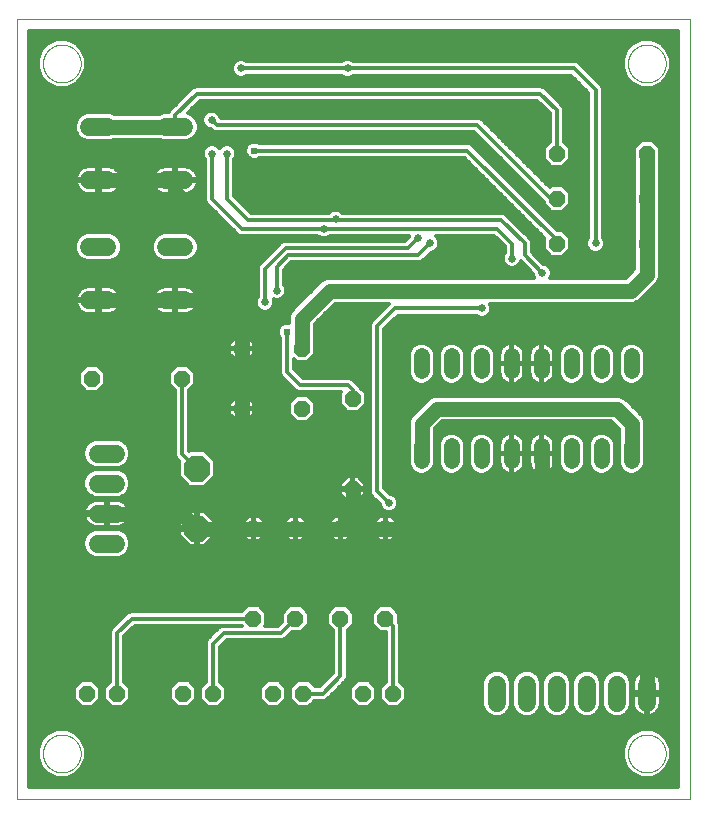
<source format=gbl>
G75*
%MOIN*%
%OFA0B0*%
%FSLAX25Y25*%
%IPPOS*%
%LPD*%
%AMOC8*
5,1,8,0,0,1.08239X$1,22.5*
%
%ADD10C,0.00000*%
%ADD11OC8,0.05200*%
%ADD12C,0.06000*%
%ADD13C,0.05200*%
%ADD14OC8,0.08500*%
%ADD15C,0.05000*%
%ADD16C,0.01200*%
%ADD17C,0.02578*%
%ADD18C,0.02400*%
D10*
X0001000Y0001000D02*
X0001000Y0260843D01*
X0225409Y0260843D01*
X0225409Y0001000D01*
X0001000Y0001000D01*
X0009701Y0016000D02*
X0009703Y0016158D01*
X0009709Y0016316D01*
X0009719Y0016474D01*
X0009733Y0016632D01*
X0009751Y0016789D01*
X0009772Y0016946D01*
X0009798Y0017102D01*
X0009828Y0017258D01*
X0009861Y0017413D01*
X0009899Y0017566D01*
X0009940Y0017719D01*
X0009985Y0017871D01*
X0010034Y0018022D01*
X0010087Y0018171D01*
X0010143Y0018319D01*
X0010203Y0018465D01*
X0010267Y0018610D01*
X0010335Y0018753D01*
X0010406Y0018895D01*
X0010480Y0019035D01*
X0010558Y0019172D01*
X0010640Y0019308D01*
X0010724Y0019442D01*
X0010813Y0019573D01*
X0010904Y0019702D01*
X0010999Y0019829D01*
X0011096Y0019954D01*
X0011197Y0020076D01*
X0011301Y0020195D01*
X0011408Y0020312D01*
X0011518Y0020426D01*
X0011631Y0020537D01*
X0011746Y0020646D01*
X0011864Y0020751D01*
X0011985Y0020853D01*
X0012108Y0020953D01*
X0012234Y0021049D01*
X0012362Y0021142D01*
X0012492Y0021232D01*
X0012625Y0021318D01*
X0012760Y0021402D01*
X0012896Y0021481D01*
X0013035Y0021558D01*
X0013176Y0021630D01*
X0013318Y0021700D01*
X0013462Y0021765D01*
X0013608Y0021827D01*
X0013755Y0021885D01*
X0013904Y0021940D01*
X0014054Y0021991D01*
X0014205Y0022038D01*
X0014357Y0022081D01*
X0014510Y0022120D01*
X0014665Y0022156D01*
X0014820Y0022187D01*
X0014976Y0022215D01*
X0015132Y0022239D01*
X0015289Y0022259D01*
X0015447Y0022275D01*
X0015604Y0022287D01*
X0015763Y0022295D01*
X0015921Y0022299D01*
X0016079Y0022299D01*
X0016237Y0022295D01*
X0016396Y0022287D01*
X0016553Y0022275D01*
X0016711Y0022259D01*
X0016868Y0022239D01*
X0017024Y0022215D01*
X0017180Y0022187D01*
X0017335Y0022156D01*
X0017490Y0022120D01*
X0017643Y0022081D01*
X0017795Y0022038D01*
X0017946Y0021991D01*
X0018096Y0021940D01*
X0018245Y0021885D01*
X0018392Y0021827D01*
X0018538Y0021765D01*
X0018682Y0021700D01*
X0018824Y0021630D01*
X0018965Y0021558D01*
X0019104Y0021481D01*
X0019240Y0021402D01*
X0019375Y0021318D01*
X0019508Y0021232D01*
X0019638Y0021142D01*
X0019766Y0021049D01*
X0019892Y0020953D01*
X0020015Y0020853D01*
X0020136Y0020751D01*
X0020254Y0020646D01*
X0020369Y0020537D01*
X0020482Y0020426D01*
X0020592Y0020312D01*
X0020699Y0020195D01*
X0020803Y0020076D01*
X0020904Y0019954D01*
X0021001Y0019829D01*
X0021096Y0019702D01*
X0021187Y0019573D01*
X0021276Y0019442D01*
X0021360Y0019308D01*
X0021442Y0019172D01*
X0021520Y0019035D01*
X0021594Y0018895D01*
X0021665Y0018753D01*
X0021733Y0018610D01*
X0021797Y0018465D01*
X0021857Y0018319D01*
X0021913Y0018171D01*
X0021966Y0018022D01*
X0022015Y0017871D01*
X0022060Y0017719D01*
X0022101Y0017566D01*
X0022139Y0017413D01*
X0022172Y0017258D01*
X0022202Y0017102D01*
X0022228Y0016946D01*
X0022249Y0016789D01*
X0022267Y0016632D01*
X0022281Y0016474D01*
X0022291Y0016316D01*
X0022297Y0016158D01*
X0022299Y0016000D01*
X0022297Y0015842D01*
X0022291Y0015684D01*
X0022281Y0015526D01*
X0022267Y0015368D01*
X0022249Y0015211D01*
X0022228Y0015054D01*
X0022202Y0014898D01*
X0022172Y0014742D01*
X0022139Y0014587D01*
X0022101Y0014434D01*
X0022060Y0014281D01*
X0022015Y0014129D01*
X0021966Y0013978D01*
X0021913Y0013829D01*
X0021857Y0013681D01*
X0021797Y0013535D01*
X0021733Y0013390D01*
X0021665Y0013247D01*
X0021594Y0013105D01*
X0021520Y0012965D01*
X0021442Y0012828D01*
X0021360Y0012692D01*
X0021276Y0012558D01*
X0021187Y0012427D01*
X0021096Y0012298D01*
X0021001Y0012171D01*
X0020904Y0012046D01*
X0020803Y0011924D01*
X0020699Y0011805D01*
X0020592Y0011688D01*
X0020482Y0011574D01*
X0020369Y0011463D01*
X0020254Y0011354D01*
X0020136Y0011249D01*
X0020015Y0011147D01*
X0019892Y0011047D01*
X0019766Y0010951D01*
X0019638Y0010858D01*
X0019508Y0010768D01*
X0019375Y0010682D01*
X0019240Y0010598D01*
X0019104Y0010519D01*
X0018965Y0010442D01*
X0018824Y0010370D01*
X0018682Y0010300D01*
X0018538Y0010235D01*
X0018392Y0010173D01*
X0018245Y0010115D01*
X0018096Y0010060D01*
X0017946Y0010009D01*
X0017795Y0009962D01*
X0017643Y0009919D01*
X0017490Y0009880D01*
X0017335Y0009844D01*
X0017180Y0009813D01*
X0017024Y0009785D01*
X0016868Y0009761D01*
X0016711Y0009741D01*
X0016553Y0009725D01*
X0016396Y0009713D01*
X0016237Y0009705D01*
X0016079Y0009701D01*
X0015921Y0009701D01*
X0015763Y0009705D01*
X0015604Y0009713D01*
X0015447Y0009725D01*
X0015289Y0009741D01*
X0015132Y0009761D01*
X0014976Y0009785D01*
X0014820Y0009813D01*
X0014665Y0009844D01*
X0014510Y0009880D01*
X0014357Y0009919D01*
X0014205Y0009962D01*
X0014054Y0010009D01*
X0013904Y0010060D01*
X0013755Y0010115D01*
X0013608Y0010173D01*
X0013462Y0010235D01*
X0013318Y0010300D01*
X0013176Y0010370D01*
X0013035Y0010442D01*
X0012896Y0010519D01*
X0012760Y0010598D01*
X0012625Y0010682D01*
X0012492Y0010768D01*
X0012362Y0010858D01*
X0012234Y0010951D01*
X0012108Y0011047D01*
X0011985Y0011147D01*
X0011864Y0011249D01*
X0011746Y0011354D01*
X0011631Y0011463D01*
X0011518Y0011574D01*
X0011408Y0011688D01*
X0011301Y0011805D01*
X0011197Y0011924D01*
X0011096Y0012046D01*
X0010999Y0012171D01*
X0010904Y0012298D01*
X0010813Y0012427D01*
X0010724Y0012558D01*
X0010640Y0012692D01*
X0010558Y0012828D01*
X0010480Y0012965D01*
X0010406Y0013105D01*
X0010335Y0013247D01*
X0010267Y0013390D01*
X0010203Y0013535D01*
X0010143Y0013681D01*
X0010087Y0013829D01*
X0010034Y0013978D01*
X0009985Y0014129D01*
X0009940Y0014281D01*
X0009899Y0014434D01*
X0009861Y0014587D01*
X0009828Y0014742D01*
X0009798Y0014898D01*
X0009772Y0015054D01*
X0009751Y0015211D01*
X0009733Y0015368D01*
X0009719Y0015526D01*
X0009709Y0015684D01*
X0009703Y0015842D01*
X0009701Y0016000D01*
X0009701Y0246000D02*
X0009703Y0246158D01*
X0009709Y0246316D01*
X0009719Y0246474D01*
X0009733Y0246632D01*
X0009751Y0246789D01*
X0009772Y0246946D01*
X0009798Y0247102D01*
X0009828Y0247258D01*
X0009861Y0247413D01*
X0009899Y0247566D01*
X0009940Y0247719D01*
X0009985Y0247871D01*
X0010034Y0248022D01*
X0010087Y0248171D01*
X0010143Y0248319D01*
X0010203Y0248465D01*
X0010267Y0248610D01*
X0010335Y0248753D01*
X0010406Y0248895D01*
X0010480Y0249035D01*
X0010558Y0249172D01*
X0010640Y0249308D01*
X0010724Y0249442D01*
X0010813Y0249573D01*
X0010904Y0249702D01*
X0010999Y0249829D01*
X0011096Y0249954D01*
X0011197Y0250076D01*
X0011301Y0250195D01*
X0011408Y0250312D01*
X0011518Y0250426D01*
X0011631Y0250537D01*
X0011746Y0250646D01*
X0011864Y0250751D01*
X0011985Y0250853D01*
X0012108Y0250953D01*
X0012234Y0251049D01*
X0012362Y0251142D01*
X0012492Y0251232D01*
X0012625Y0251318D01*
X0012760Y0251402D01*
X0012896Y0251481D01*
X0013035Y0251558D01*
X0013176Y0251630D01*
X0013318Y0251700D01*
X0013462Y0251765D01*
X0013608Y0251827D01*
X0013755Y0251885D01*
X0013904Y0251940D01*
X0014054Y0251991D01*
X0014205Y0252038D01*
X0014357Y0252081D01*
X0014510Y0252120D01*
X0014665Y0252156D01*
X0014820Y0252187D01*
X0014976Y0252215D01*
X0015132Y0252239D01*
X0015289Y0252259D01*
X0015447Y0252275D01*
X0015604Y0252287D01*
X0015763Y0252295D01*
X0015921Y0252299D01*
X0016079Y0252299D01*
X0016237Y0252295D01*
X0016396Y0252287D01*
X0016553Y0252275D01*
X0016711Y0252259D01*
X0016868Y0252239D01*
X0017024Y0252215D01*
X0017180Y0252187D01*
X0017335Y0252156D01*
X0017490Y0252120D01*
X0017643Y0252081D01*
X0017795Y0252038D01*
X0017946Y0251991D01*
X0018096Y0251940D01*
X0018245Y0251885D01*
X0018392Y0251827D01*
X0018538Y0251765D01*
X0018682Y0251700D01*
X0018824Y0251630D01*
X0018965Y0251558D01*
X0019104Y0251481D01*
X0019240Y0251402D01*
X0019375Y0251318D01*
X0019508Y0251232D01*
X0019638Y0251142D01*
X0019766Y0251049D01*
X0019892Y0250953D01*
X0020015Y0250853D01*
X0020136Y0250751D01*
X0020254Y0250646D01*
X0020369Y0250537D01*
X0020482Y0250426D01*
X0020592Y0250312D01*
X0020699Y0250195D01*
X0020803Y0250076D01*
X0020904Y0249954D01*
X0021001Y0249829D01*
X0021096Y0249702D01*
X0021187Y0249573D01*
X0021276Y0249442D01*
X0021360Y0249308D01*
X0021442Y0249172D01*
X0021520Y0249035D01*
X0021594Y0248895D01*
X0021665Y0248753D01*
X0021733Y0248610D01*
X0021797Y0248465D01*
X0021857Y0248319D01*
X0021913Y0248171D01*
X0021966Y0248022D01*
X0022015Y0247871D01*
X0022060Y0247719D01*
X0022101Y0247566D01*
X0022139Y0247413D01*
X0022172Y0247258D01*
X0022202Y0247102D01*
X0022228Y0246946D01*
X0022249Y0246789D01*
X0022267Y0246632D01*
X0022281Y0246474D01*
X0022291Y0246316D01*
X0022297Y0246158D01*
X0022299Y0246000D01*
X0022297Y0245842D01*
X0022291Y0245684D01*
X0022281Y0245526D01*
X0022267Y0245368D01*
X0022249Y0245211D01*
X0022228Y0245054D01*
X0022202Y0244898D01*
X0022172Y0244742D01*
X0022139Y0244587D01*
X0022101Y0244434D01*
X0022060Y0244281D01*
X0022015Y0244129D01*
X0021966Y0243978D01*
X0021913Y0243829D01*
X0021857Y0243681D01*
X0021797Y0243535D01*
X0021733Y0243390D01*
X0021665Y0243247D01*
X0021594Y0243105D01*
X0021520Y0242965D01*
X0021442Y0242828D01*
X0021360Y0242692D01*
X0021276Y0242558D01*
X0021187Y0242427D01*
X0021096Y0242298D01*
X0021001Y0242171D01*
X0020904Y0242046D01*
X0020803Y0241924D01*
X0020699Y0241805D01*
X0020592Y0241688D01*
X0020482Y0241574D01*
X0020369Y0241463D01*
X0020254Y0241354D01*
X0020136Y0241249D01*
X0020015Y0241147D01*
X0019892Y0241047D01*
X0019766Y0240951D01*
X0019638Y0240858D01*
X0019508Y0240768D01*
X0019375Y0240682D01*
X0019240Y0240598D01*
X0019104Y0240519D01*
X0018965Y0240442D01*
X0018824Y0240370D01*
X0018682Y0240300D01*
X0018538Y0240235D01*
X0018392Y0240173D01*
X0018245Y0240115D01*
X0018096Y0240060D01*
X0017946Y0240009D01*
X0017795Y0239962D01*
X0017643Y0239919D01*
X0017490Y0239880D01*
X0017335Y0239844D01*
X0017180Y0239813D01*
X0017024Y0239785D01*
X0016868Y0239761D01*
X0016711Y0239741D01*
X0016553Y0239725D01*
X0016396Y0239713D01*
X0016237Y0239705D01*
X0016079Y0239701D01*
X0015921Y0239701D01*
X0015763Y0239705D01*
X0015604Y0239713D01*
X0015447Y0239725D01*
X0015289Y0239741D01*
X0015132Y0239761D01*
X0014976Y0239785D01*
X0014820Y0239813D01*
X0014665Y0239844D01*
X0014510Y0239880D01*
X0014357Y0239919D01*
X0014205Y0239962D01*
X0014054Y0240009D01*
X0013904Y0240060D01*
X0013755Y0240115D01*
X0013608Y0240173D01*
X0013462Y0240235D01*
X0013318Y0240300D01*
X0013176Y0240370D01*
X0013035Y0240442D01*
X0012896Y0240519D01*
X0012760Y0240598D01*
X0012625Y0240682D01*
X0012492Y0240768D01*
X0012362Y0240858D01*
X0012234Y0240951D01*
X0012108Y0241047D01*
X0011985Y0241147D01*
X0011864Y0241249D01*
X0011746Y0241354D01*
X0011631Y0241463D01*
X0011518Y0241574D01*
X0011408Y0241688D01*
X0011301Y0241805D01*
X0011197Y0241924D01*
X0011096Y0242046D01*
X0010999Y0242171D01*
X0010904Y0242298D01*
X0010813Y0242427D01*
X0010724Y0242558D01*
X0010640Y0242692D01*
X0010558Y0242828D01*
X0010480Y0242965D01*
X0010406Y0243105D01*
X0010335Y0243247D01*
X0010267Y0243390D01*
X0010203Y0243535D01*
X0010143Y0243681D01*
X0010087Y0243829D01*
X0010034Y0243978D01*
X0009985Y0244129D01*
X0009940Y0244281D01*
X0009899Y0244434D01*
X0009861Y0244587D01*
X0009828Y0244742D01*
X0009798Y0244898D01*
X0009772Y0245054D01*
X0009751Y0245211D01*
X0009733Y0245368D01*
X0009719Y0245526D01*
X0009709Y0245684D01*
X0009703Y0245842D01*
X0009701Y0246000D01*
X0204701Y0246000D02*
X0204703Y0246158D01*
X0204709Y0246316D01*
X0204719Y0246474D01*
X0204733Y0246632D01*
X0204751Y0246789D01*
X0204772Y0246946D01*
X0204798Y0247102D01*
X0204828Y0247258D01*
X0204861Y0247413D01*
X0204899Y0247566D01*
X0204940Y0247719D01*
X0204985Y0247871D01*
X0205034Y0248022D01*
X0205087Y0248171D01*
X0205143Y0248319D01*
X0205203Y0248465D01*
X0205267Y0248610D01*
X0205335Y0248753D01*
X0205406Y0248895D01*
X0205480Y0249035D01*
X0205558Y0249172D01*
X0205640Y0249308D01*
X0205724Y0249442D01*
X0205813Y0249573D01*
X0205904Y0249702D01*
X0205999Y0249829D01*
X0206096Y0249954D01*
X0206197Y0250076D01*
X0206301Y0250195D01*
X0206408Y0250312D01*
X0206518Y0250426D01*
X0206631Y0250537D01*
X0206746Y0250646D01*
X0206864Y0250751D01*
X0206985Y0250853D01*
X0207108Y0250953D01*
X0207234Y0251049D01*
X0207362Y0251142D01*
X0207492Y0251232D01*
X0207625Y0251318D01*
X0207760Y0251402D01*
X0207896Y0251481D01*
X0208035Y0251558D01*
X0208176Y0251630D01*
X0208318Y0251700D01*
X0208462Y0251765D01*
X0208608Y0251827D01*
X0208755Y0251885D01*
X0208904Y0251940D01*
X0209054Y0251991D01*
X0209205Y0252038D01*
X0209357Y0252081D01*
X0209510Y0252120D01*
X0209665Y0252156D01*
X0209820Y0252187D01*
X0209976Y0252215D01*
X0210132Y0252239D01*
X0210289Y0252259D01*
X0210447Y0252275D01*
X0210604Y0252287D01*
X0210763Y0252295D01*
X0210921Y0252299D01*
X0211079Y0252299D01*
X0211237Y0252295D01*
X0211396Y0252287D01*
X0211553Y0252275D01*
X0211711Y0252259D01*
X0211868Y0252239D01*
X0212024Y0252215D01*
X0212180Y0252187D01*
X0212335Y0252156D01*
X0212490Y0252120D01*
X0212643Y0252081D01*
X0212795Y0252038D01*
X0212946Y0251991D01*
X0213096Y0251940D01*
X0213245Y0251885D01*
X0213392Y0251827D01*
X0213538Y0251765D01*
X0213682Y0251700D01*
X0213824Y0251630D01*
X0213965Y0251558D01*
X0214104Y0251481D01*
X0214240Y0251402D01*
X0214375Y0251318D01*
X0214508Y0251232D01*
X0214638Y0251142D01*
X0214766Y0251049D01*
X0214892Y0250953D01*
X0215015Y0250853D01*
X0215136Y0250751D01*
X0215254Y0250646D01*
X0215369Y0250537D01*
X0215482Y0250426D01*
X0215592Y0250312D01*
X0215699Y0250195D01*
X0215803Y0250076D01*
X0215904Y0249954D01*
X0216001Y0249829D01*
X0216096Y0249702D01*
X0216187Y0249573D01*
X0216276Y0249442D01*
X0216360Y0249308D01*
X0216442Y0249172D01*
X0216520Y0249035D01*
X0216594Y0248895D01*
X0216665Y0248753D01*
X0216733Y0248610D01*
X0216797Y0248465D01*
X0216857Y0248319D01*
X0216913Y0248171D01*
X0216966Y0248022D01*
X0217015Y0247871D01*
X0217060Y0247719D01*
X0217101Y0247566D01*
X0217139Y0247413D01*
X0217172Y0247258D01*
X0217202Y0247102D01*
X0217228Y0246946D01*
X0217249Y0246789D01*
X0217267Y0246632D01*
X0217281Y0246474D01*
X0217291Y0246316D01*
X0217297Y0246158D01*
X0217299Y0246000D01*
X0217297Y0245842D01*
X0217291Y0245684D01*
X0217281Y0245526D01*
X0217267Y0245368D01*
X0217249Y0245211D01*
X0217228Y0245054D01*
X0217202Y0244898D01*
X0217172Y0244742D01*
X0217139Y0244587D01*
X0217101Y0244434D01*
X0217060Y0244281D01*
X0217015Y0244129D01*
X0216966Y0243978D01*
X0216913Y0243829D01*
X0216857Y0243681D01*
X0216797Y0243535D01*
X0216733Y0243390D01*
X0216665Y0243247D01*
X0216594Y0243105D01*
X0216520Y0242965D01*
X0216442Y0242828D01*
X0216360Y0242692D01*
X0216276Y0242558D01*
X0216187Y0242427D01*
X0216096Y0242298D01*
X0216001Y0242171D01*
X0215904Y0242046D01*
X0215803Y0241924D01*
X0215699Y0241805D01*
X0215592Y0241688D01*
X0215482Y0241574D01*
X0215369Y0241463D01*
X0215254Y0241354D01*
X0215136Y0241249D01*
X0215015Y0241147D01*
X0214892Y0241047D01*
X0214766Y0240951D01*
X0214638Y0240858D01*
X0214508Y0240768D01*
X0214375Y0240682D01*
X0214240Y0240598D01*
X0214104Y0240519D01*
X0213965Y0240442D01*
X0213824Y0240370D01*
X0213682Y0240300D01*
X0213538Y0240235D01*
X0213392Y0240173D01*
X0213245Y0240115D01*
X0213096Y0240060D01*
X0212946Y0240009D01*
X0212795Y0239962D01*
X0212643Y0239919D01*
X0212490Y0239880D01*
X0212335Y0239844D01*
X0212180Y0239813D01*
X0212024Y0239785D01*
X0211868Y0239761D01*
X0211711Y0239741D01*
X0211553Y0239725D01*
X0211396Y0239713D01*
X0211237Y0239705D01*
X0211079Y0239701D01*
X0210921Y0239701D01*
X0210763Y0239705D01*
X0210604Y0239713D01*
X0210447Y0239725D01*
X0210289Y0239741D01*
X0210132Y0239761D01*
X0209976Y0239785D01*
X0209820Y0239813D01*
X0209665Y0239844D01*
X0209510Y0239880D01*
X0209357Y0239919D01*
X0209205Y0239962D01*
X0209054Y0240009D01*
X0208904Y0240060D01*
X0208755Y0240115D01*
X0208608Y0240173D01*
X0208462Y0240235D01*
X0208318Y0240300D01*
X0208176Y0240370D01*
X0208035Y0240442D01*
X0207896Y0240519D01*
X0207760Y0240598D01*
X0207625Y0240682D01*
X0207492Y0240768D01*
X0207362Y0240858D01*
X0207234Y0240951D01*
X0207108Y0241047D01*
X0206985Y0241147D01*
X0206864Y0241249D01*
X0206746Y0241354D01*
X0206631Y0241463D01*
X0206518Y0241574D01*
X0206408Y0241688D01*
X0206301Y0241805D01*
X0206197Y0241924D01*
X0206096Y0242046D01*
X0205999Y0242171D01*
X0205904Y0242298D01*
X0205813Y0242427D01*
X0205724Y0242558D01*
X0205640Y0242692D01*
X0205558Y0242828D01*
X0205480Y0242965D01*
X0205406Y0243105D01*
X0205335Y0243247D01*
X0205267Y0243390D01*
X0205203Y0243535D01*
X0205143Y0243681D01*
X0205087Y0243829D01*
X0205034Y0243978D01*
X0204985Y0244129D01*
X0204940Y0244281D01*
X0204899Y0244434D01*
X0204861Y0244587D01*
X0204828Y0244742D01*
X0204798Y0244898D01*
X0204772Y0245054D01*
X0204751Y0245211D01*
X0204733Y0245368D01*
X0204719Y0245526D01*
X0204709Y0245684D01*
X0204703Y0245842D01*
X0204701Y0246000D01*
X0204701Y0016000D02*
X0204703Y0016158D01*
X0204709Y0016316D01*
X0204719Y0016474D01*
X0204733Y0016632D01*
X0204751Y0016789D01*
X0204772Y0016946D01*
X0204798Y0017102D01*
X0204828Y0017258D01*
X0204861Y0017413D01*
X0204899Y0017566D01*
X0204940Y0017719D01*
X0204985Y0017871D01*
X0205034Y0018022D01*
X0205087Y0018171D01*
X0205143Y0018319D01*
X0205203Y0018465D01*
X0205267Y0018610D01*
X0205335Y0018753D01*
X0205406Y0018895D01*
X0205480Y0019035D01*
X0205558Y0019172D01*
X0205640Y0019308D01*
X0205724Y0019442D01*
X0205813Y0019573D01*
X0205904Y0019702D01*
X0205999Y0019829D01*
X0206096Y0019954D01*
X0206197Y0020076D01*
X0206301Y0020195D01*
X0206408Y0020312D01*
X0206518Y0020426D01*
X0206631Y0020537D01*
X0206746Y0020646D01*
X0206864Y0020751D01*
X0206985Y0020853D01*
X0207108Y0020953D01*
X0207234Y0021049D01*
X0207362Y0021142D01*
X0207492Y0021232D01*
X0207625Y0021318D01*
X0207760Y0021402D01*
X0207896Y0021481D01*
X0208035Y0021558D01*
X0208176Y0021630D01*
X0208318Y0021700D01*
X0208462Y0021765D01*
X0208608Y0021827D01*
X0208755Y0021885D01*
X0208904Y0021940D01*
X0209054Y0021991D01*
X0209205Y0022038D01*
X0209357Y0022081D01*
X0209510Y0022120D01*
X0209665Y0022156D01*
X0209820Y0022187D01*
X0209976Y0022215D01*
X0210132Y0022239D01*
X0210289Y0022259D01*
X0210447Y0022275D01*
X0210604Y0022287D01*
X0210763Y0022295D01*
X0210921Y0022299D01*
X0211079Y0022299D01*
X0211237Y0022295D01*
X0211396Y0022287D01*
X0211553Y0022275D01*
X0211711Y0022259D01*
X0211868Y0022239D01*
X0212024Y0022215D01*
X0212180Y0022187D01*
X0212335Y0022156D01*
X0212490Y0022120D01*
X0212643Y0022081D01*
X0212795Y0022038D01*
X0212946Y0021991D01*
X0213096Y0021940D01*
X0213245Y0021885D01*
X0213392Y0021827D01*
X0213538Y0021765D01*
X0213682Y0021700D01*
X0213824Y0021630D01*
X0213965Y0021558D01*
X0214104Y0021481D01*
X0214240Y0021402D01*
X0214375Y0021318D01*
X0214508Y0021232D01*
X0214638Y0021142D01*
X0214766Y0021049D01*
X0214892Y0020953D01*
X0215015Y0020853D01*
X0215136Y0020751D01*
X0215254Y0020646D01*
X0215369Y0020537D01*
X0215482Y0020426D01*
X0215592Y0020312D01*
X0215699Y0020195D01*
X0215803Y0020076D01*
X0215904Y0019954D01*
X0216001Y0019829D01*
X0216096Y0019702D01*
X0216187Y0019573D01*
X0216276Y0019442D01*
X0216360Y0019308D01*
X0216442Y0019172D01*
X0216520Y0019035D01*
X0216594Y0018895D01*
X0216665Y0018753D01*
X0216733Y0018610D01*
X0216797Y0018465D01*
X0216857Y0018319D01*
X0216913Y0018171D01*
X0216966Y0018022D01*
X0217015Y0017871D01*
X0217060Y0017719D01*
X0217101Y0017566D01*
X0217139Y0017413D01*
X0217172Y0017258D01*
X0217202Y0017102D01*
X0217228Y0016946D01*
X0217249Y0016789D01*
X0217267Y0016632D01*
X0217281Y0016474D01*
X0217291Y0016316D01*
X0217297Y0016158D01*
X0217299Y0016000D01*
X0217297Y0015842D01*
X0217291Y0015684D01*
X0217281Y0015526D01*
X0217267Y0015368D01*
X0217249Y0015211D01*
X0217228Y0015054D01*
X0217202Y0014898D01*
X0217172Y0014742D01*
X0217139Y0014587D01*
X0217101Y0014434D01*
X0217060Y0014281D01*
X0217015Y0014129D01*
X0216966Y0013978D01*
X0216913Y0013829D01*
X0216857Y0013681D01*
X0216797Y0013535D01*
X0216733Y0013390D01*
X0216665Y0013247D01*
X0216594Y0013105D01*
X0216520Y0012965D01*
X0216442Y0012828D01*
X0216360Y0012692D01*
X0216276Y0012558D01*
X0216187Y0012427D01*
X0216096Y0012298D01*
X0216001Y0012171D01*
X0215904Y0012046D01*
X0215803Y0011924D01*
X0215699Y0011805D01*
X0215592Y0011688D01*
X0215482Y0011574D01*
X0215369Y0011463D01*
X0215254Y0011354D01*
X0215136Y0011249D01*
X0215015Y0011147D01*
X0214892Y0011047D01*
X0214766Y0010951D01*
X0214638Y0010858D01*
X0214508Y0010768D01*
X0214375Y0010682D01*
X0214240Y0010598D01*
X0214104Y0010519D01*
X0213965Y0010442D01*
X0213824Y0010370D01*
X0213682Y0010300D01*
X0213538Y0010235D01*
X0213392Y0010173D01*
X0213245Y0010115D01*
X0213096Y0010060D01*
X0212946Y0010009D01*
X0212795Y0009962D01*
X0212643Y0009919D01*
X0212490Y0009880D01*
X0212335Y0009844D01*
X0212180Y0009813D01*
X0212024Y0009785D01*
X0211868Y0009761D01*
X0211711Y0009741D01*
X0211553Y0009725D01*
X0211396Y0009713D01*
X0211237Y0009705D01*
X0211079Y0009701D01*
X0210921Y0009701D01*
X0210763Y0009705D01*
X0210604Y0009713D01*
X0210447Y0009725D01*
X0210289Y0009741D01*
X0210132Y0009761D01*
X0209976Y0009785D01*
X0209820Y0009813D01*
X0209665Y0009844D01*
X0209510Y0009880D01*
X0209357Y0009919D01*
X0209205Y0009962D01*
X0209054Y0010009D01*
X0208904Y0010060D01*
X0208755Y0010115D01*
X0208608Y0010173D01*
X0208462Y0010235D01*
X0208318Y0010300D01*
X0208176Y0010370D01*
X0208035Y0010442D01*
X0207896Y0010519D01*
X0207760Y0010598D01*
X0207625Y0010682D01*
X0207492Y0010768D01*
X0207362Y0010858D01*
X0207234Y0010951D01*
X0207108Y0011047D01*
X0206985Y0011147D01*
X0206864Y0011249D01*
X0206746Y0011354D01*
X0206631Y0011463D01*
X0206518Y0011574D01*
X0206408Y0011688D01*
X0206301Y0011805D01*
X0206197Y0011924D01*
X0206096Y0012046D01*
X0205999Y0012171D01*
X0205904Y0012298D01*
X0205813Y0012427D01*
X0205724Y0012558D01*
X0205640Y0012692D01*
X0205558Y0012828D01*
X0205480Y0012965D01*
X0205406Y0013105D01*
X0205335Y0013247D01*
X0205267Y0013390D01*
X0205203Y0013535D01*
X0205143Y0013681D01*
X0205087Y0013829D01*
X0205034Y0013978D01*
X0204985Y0014129D01*
X0204940Y0014281D01*
X0204899Y0014434D01*
X0204861Y0014587D01*
X0204828Y0014742D01*
X0204798Y0014898D01*
X0204772Y0015054D01*
X0204751Y0015211D01*
X0204733Y0015368D01*
X0204719Y0015526D01*
X0204709Y0015684D01*
X0204703Y0015842D01*
X0204701Y0016000D01*
D11*
X0126433Y0036000D03*
X0116433Y0036000D03*
X0123874Y0061000D03*
X0108874Y0061000D03*
X0093874Y0061000D03*
X0079819Y0061000D03*
X0086433Y0036000D03*
X0096433Y0036000D03*
X0066433Y0036000D03*
X0056433Y0036000D03*
X0034386Y0036000D03*
X0024386Y0036000D03*
X0079819Y0091000D03*
X0093874Y0091000D03*
X0108874Y0091000D03*
X0112969Y0104189D03*
X0123874Y0091000D03*
X0096000Y0131000D03*
X0112969Y0134189D03*
X0096000Y0151000D03*
X0076000Y0151000D03*
X0076000Y0131000D03*
X0056000Y0141000D03*
X0026000Y0141000D03*
X0181000Y0186000D03*
X0181000Y0201000D03*
X0181000Y0216000D03*
X0211000Y0216000D03*
X0211000Y0201000D03*
X0211000Y0186000D03*
D12*
X0211000Y0039000D02*
X0211000Y0033000D01*
X0201000Y0033000D02*
X0201000Y0039000D01*
X0191000Y0039000D02*
X0191000Y0033000D01*
X0181000Y0033000D02*
X0181000Y0039000D01*
X0171000Y0039000D02*
X0171000Y0033000D01*
X0161000Y0033000D02*
X0161000Y0039000D01*
X0056800Y0167100D02*
X0050800Y0167100D01*
X0050800Y0184900D02*
X0056800Y0184900D01*
X0056800Y0207100D02*
X0050800Y0207100D01*
X0050800Y0224900D02*
X0056800Y0224900D01*
X0031200Y0224900D02*
X0025200Y0224900D01*
X0025200Y0207100D02*
X0031200Y0207100D01*
X0031200Y0184900D02*
X0025200Y0184900D01*
X0025200Y0167100D02*
X0031200Y0167100D01*
X0034000Y0116000D02*
X0028000Y0116000D01*
X0028000Y0106000D02*
X0034000Y0106000D01*
X0034000Y0096000D02*
X0028000Y0096000D01*
X0028000Y0086000D02*
X0034000Y0086000D01*
D13*
X0136000Y0113400D02*
X0136000Y0118600D01*
X0146000Y0118600D02*
X0146000Y0113400D01*
X0156000Y0113400D02*
X0156000Y0118600D01*
X0166000Y0118600D02*
X0166000Y0113400D01*
X0176000Y0113400D02*
X0176000Y0118600D01*
X0186000Y0118600D02*
X0186000Y0113400D01*
X0196000Y0113400D02*
X0196000Y0118600D01*
X0206000Y0118600D02*
X0206000Y0113400D01*
X0206000Y0143400D02*
X0206000Y0148600D01*
X0196000Y0148600D02*
X0196000Y0143400D01*
X0186000Y0143400D02*
X0186000Y0148600D01*
X0176000Y0148600D02*
X0176000Y0143400D01*
X0166000Y0143400D02*
X0166000Y0148600D01*
X0156000Y0148600D02*
X0156000Y0143400D01*
X0146000Y0143400D02*
X0146000Y0148600D01*
X0136000Y0148600D02*
X0136000Y0143400D01*
D14*
X0061000Y0111000D03*
X0061000Y0091000D03*
D15*
X0071000Y0091000D01*
X0079819Y0091000D01*
X0093874Y0091000D01*
X0108874Y0091000D01*
X0112969Y0095094D01*
X0112969Y0104189D01*
X0108874Y0091000D02*
X0123874Y0091000D01*
X0182102Y0091000D01*
X0176000Y0097102D01*
X0176000Y0116000D01*
X0182102Y0091000D02*
X0202339Y0091000D01*
X0211000Y0082339D01*
X0211000Y0036000D01*
X0206000Y0116000D02*
X0206000Y0126000D01*
X0201000Y0131000D01*
X0141000Y0131000D01*
X0136000Y0126000D01*
X0136000Y0116000D01*
X0096000Y0151000D02*
X0096000Y0161000D01*
X0105291Y0170291D01*
X0205724Y0170291D01*
X0211000Y0175567D01*
X0211000Y0186000D01*
X0211000Y0201000D01*
X0211000Y0216000D01*
X0076000Y0161000D02*
X0076000Y0151000D01*
X0076000Y0131000D01*
X0076000Y0096000D01*
X0071000Y0091000D01*
X0061000Y0091000D02*
X0056000Y0096000D01*
X0031000Y0096000D01*
X0076000Y0161000D02*
X0069900Y0167100D01*
X0066000Y0167100D01*
X0066000Y0191000D01*
X0053800Y0203200D01*
X0053800Y0207100D01*
X0028200Y0207100D01*
X0028200Y0224900D02*
X0053800Y0224900D01*
X0053800Y0167100D02*
X0028200Y0167100D01*
X0053800Y0167100D02*
X0066000Y0167100D01*
D16*
X0061394Y0166700D02*
X0061287Y0166023D01*
X0061063Y0165334D01*
X0060734Y0164689D01*
X0060309Y0164103D01*
X0059797Y0163591D01*
X0059211Y0163166D01*
X0058566Y0162837D01*
X0057877Y0162613D01*
X0057162Y0162500D01*
X0054200Y0162500D01*
X0054200Y0166700D01*
X0054200Y0167500D01*
X0053400Y0167500D01*
X0053400Y0171700D01*
X0050438Y0171700D01*
X0049723Y0171587D01*
X0049034Y0171363D01*
X0048389Y0171034D01*
X0047803Y0170609D01*
X0047291Y0170097D01*
X0046866Y0169511D01*
X0046537Y0168866D01*
X0046313Y0168177D01*
X0046206Y0167500D01*
X0053400Y0167500D01*
X0053400Y0166700D01*
X0054200Y0166700D01*
X0061394Y0166700D01*
X0061346Y0166395D02*
X0080588Y0166395D01*
X0080588Y0166969D02*
X0080588Y0165740D01*
X0081058Y0164605D01*
X0081927Y0163736D01*
X0083063Y0163265D01*
X0084292Y0163265D01*
X0085427Y0163736D01*
X0086296Y0164605D01*
X0086766Y0165740D01*
X0086766Y0166969D01*
X0086601Y0167368D01*
X0087000Y0167202D01*
X0088229Y0167202D01*
X0089364Y0167673D01*
X0090233Y0168542D01*
X0090703Y0169677D01*
X0090703Y0170906D01*
X0090233Y0172041D01*
X0090014Y0172260D01*
X0090014Y0177171D01*
X0092545Y0179702D01*
X0135336Y0179702D01*
X0136218Y0180068D01*
X0136893Y0180743D01*
X0139100Y0182950D01*
X0139410Y0182950D01*
X0140545Y0183421D01*
X0141414Y0184290D01*
X0141884Y0185425D01*
X0141884Y0186654D01*
X0141414Y0187789D01*
X0140603Y0188600D01*
X0160006Y0188600D01*
X0163600Y0185006D01*
X0163600Y0182968D01*
X0163381Y0182750D01*
X0162911Y0181614D01*
X0162911Y0180386D01*
X0163381Y0179250D01*
X0164250Y0178381D01*
X0165386Y0177911D01*
X0166614Y0177911D01*
X0167750Y0178381D01*
X0168619Y0179250D01*
X0168950Y0180050D01*
X0173108Y0175892D01*
X0173108Y0175582D01*
X0173518Y0174591D01*
X0104436Y0174591D01*
X0102856Y0173937D01*
X0101646Y0172727D01*
X0092355Y0163436D01*
X0091700Y0161855D01*
X0091700Y0159431D01*
X0091597Y0159474D01*
X0090403Y0159474D01*
X0089301Y0159017D01*
X0088457Y0158173D01*
X0088000Y0157071D01*
X0088000Y0155877D01*
X0088457Y0154775D01*
X0088600Y0154631D01*
X0088600Y0142806D01*
X0088965Y0141924D01*
X0093454Y0137436D01*
X0094129Y0136761D01*
X0095011Y0136395D01*
X0108952Y0136395D01*
X0108569Y0136012D01*
X0108569Y0132366D01*
X0111146Y0129789D01*
X0114791Y0129789D01*
X0117368Y0132366D01*
X0117368Y0136012D01*
X0115035Y0138345D01*
X0115003Y0138422D01*
X0114328Y0139098D01*
X0113271Y0140155D01*
X0112596Y0140830D01*
X0111714Y0141195D01*
X0096482Y0141195D01*
X0093400Y0144278D01*
X0093400Y0147377D01*
X0094177Y0146600D01*
X0097823Y0146600D01*
X0100400Y0149177D01*
X0100400Y0152823D01*
X0100300Y0152923D01*
X0100300Y0159219D01*
X0107072Y0165991D01*
X0125196Y0165991D01*
X0124950Y0165745D01*
X0119719Y0160515D01*
X0119044Y0159840D01*
X0118679Y0158958D01*
X0118679Y0102885D01*
X0119044Y0102003D01*
X0119719Y0101328D01*
X0121927Y0099120D01*
X0121927Y0098811D01*
X0122397Y0097675D01*
X0123266Y0096806D01*
X0124401Y0096336D01*
X0125630Y0096336D01*
X0126766Y0096806D01*
X0127634Y0097675D01*
X0128105Y0098811D01*
X0128105Y0100040D01*
X0127634Y0101175D01*
X0126766Y0102044D01*
X0125630Y0102514D01*
X0125321Y0102514D01*
X0123479Y0104356D01*
X0123479Y0157486D01*
X0127978Y0161986D01*
X0154032Y0161986D01*
X0154250Y0161767D01*
X0155386Y0161297D01*
X0156614Y0161297D01*
X0157750Y0161767D01*
X0158619Y0162636D01*
X0159089Y0163771D01*
X0159089Y0165000D01*
X0158678Y0165991D01*
X0206580Y0165991D01*
X0208160Y0166646D01*
X0214645Y0173131D01*
X0215300Y0174712D01*
X0215300Y0184077D01*
X0215400Y0184177D01*
X0215400Y0187823D01*
X0215300Y0187923D01*
X0215300Y0199077D01*
X0215400Y0199177D01*
X0215400Y0202823D01*
X0215300Y0202923D01*
X0215300Y0214077D01*
X0215400Y0214177D01*
X0215400Y0217823D01*
X0212823Y0220400D01*
X0209177Y0220400D01*
X0206600Y0217823D01*
X0206600Y0214177D01*
X0206700Y0214077D01*
X0206700Y0202923D01*
X0206600Y0202823D01*
X0206600Y0199177D01*
X0206700Y0199077D01*
X0206700Y0187923D01*
X0206600Y0187823D01*
X0206600Y0184177D01*
X0206700Y0184077D01*
X0206700Y0177348D01*
X0203943Y0174591D01*
X0178875Y0174591D01*
X0179286Y0175582D01*
X0179286Y0176811D01*
X0178816Y0177947D01*
X0177947Y0178816D01*
X0176811Y0179286D01*
X0176502Y0179286D01*
X0172691Y0183096D01*
X0172691Y0186517D01*
X0172326Y0187399D01*
X0171651Y0188074D01*
X0171651Y0188074D01*
X0164452Y0195273D01*
X0163777Y0195948D01*
X0162895Y0196313D01*
X0109443Y0196313D01*
X0109049Y0196708D01*
X0107914Y0197178D01*
X0106685Y0197178D01*
X0105549Y0196708D01*
X0105155Y0196313D01*
X0079081Y0196313D01*
X0073400Y0201994D01*
X0073400Y0214032D01*
X0073619Y0214250D01*
X0074089Y0215386D01*
X0074089Y0216614D01*
X0073619Y0217750D01*
X0072750Y0218619D01*
X0071614Y0219089D01*
X0070386Y0219089D01*
X0069250Y0218619D01*
X0068500Y0217868D01*
X0067750Y0218619D01*
X0066614Y0219089D01*
X0065386Y0219089D01*
X0064250Y0218619D01*
X0063381Y0217750D01*
X0062911Y0216614D01*
X0062911Y0215386D01*
X0063381Y0214250D01*
X0063600Y0214032D01*
X0063600Y0200523D01*
X0063965Y0199641D01*
X0073965Y0189641D01*
X0074641Y0188965D01*
X0075523Y0188600D01*
X0101218Y0188600D01*
X0101612Y0188206D01*
X0102748Y0187735D01*
X0103977Y0187735D01*
X0105112Y0188206D01*
X0105506Y0188600D01*
X0131800Y0188600D01*
X0131769Y0188525D01*
X0131769Y0188216D01*
X0130455Y0186902D01*
X0090080Y0186902D01*
X0089198Y0186537D01*
X0082318Y0179657D01*
X0081643Y0178982D01*
X0081277Y0178100D01*
X0081277Y0168323D01*
X0081058Y0168104D01*
X0080588Y0166969D01*
X0080847Y0167593D02*
X0061379Y0167593D01*
X0061394Y0167500D02*
X0061287Y0168177D01*
X0061063Y0168866D01*
X0060734Y0169511D01*
X0060309Y0170097D01*
X0059797Y0170609D01*
X0059211Y0171034D01*
X0058566Y0171363D01*
X0057877Y0171587D01*
X0057162Y0171700D01*
X0054200Y0171700D01*
X0054200Y0167500D01*
X0061394Y0167500D01*
X0061087Y0168792D02*
X0081277Y0168792D01*
X0081277Y0169990D02*
X0060386Y0169990D01*
X0058908Y0171189D02*
X0081277Y0171189D01*
X0081277Y0172387D02*
X0004937Y0172387D01*
X0004937Y0171189D02*
X0023092Y0171189D01*
X0022789Y0171034D02*
X0022203Y0170609D01*
X0021691Y0170097D01*
X0021266Y0169511D01*
X0020937Y0168866D01*
X0020713Y0168177D01*
X0020606Y0167500D01*
X0027800Y0167500D01*
X0027800Y0171700D01*
X0024838Y0171700D01*
X0024123Y0171587D01*
X0023434Y0171363D01*
X0022789Y0171034D01*
X0021614Y0169990D02*
X0004937Y0169990D01*
X0004937Y0168792D02*
X0020913Y0168792D01*
X0020621Y0167593D02*
X0004937Y0167593D01*
X0004937Y0166395D02*
X0020654Y0166395D01*
X0020606Y0166700D02*
X0020713Y0166023D01*
X0020937Y0165334D01*
X0021266Y0164689D01*
X0021691Y0164103D01*
X0022203Y0163591D01*
X0022789Y0163166D01*
X0023434Y0162837D01*
X0024123Y0162613D01*
X0024838Y0162500D01*
X0027800Y0162500D01*
X0027800Y0166700D01*
X0028600Y0166700D01*
X0028600Y0167500D01*
X0027800Y0167500D01*
X0027800Y0166700D01*
X0020606Y0166700D01*
X0021007Y0165196D02*
X0004937Y0165196D01*
X0004937Y0163998D02*
X0021797Y0163998D01*
X0023551Y0162799D02*
X0004937Y0162799D01*
X0004937Y0161601D02*
X0091700Y0161601D01*
X0091700Y0160402D02*
X0004937Y0160402D01*
X0004937Y0159203D02*
X0089750Y0159203D01*
X0088387Y0158005D02*
X0004937Y0158005D01*
X0004937Y0156806D02*
X0088000Y0156806D01*
X0088112Y0155608D02*
X0004937Y0155608D01*
X0004937Y0154409D02*
X0073470Y0154409D01*
X0074260Y0155200D02*
X0071800Y0152740D01*
X0071800Y0151200D01*
X0075800Y0151200D01*
X0075800Y0155200D01*
X0074260Y0155200D01*
X0075800Y0154409D02*
X0076200Y0154409D01*
X0076200Y0155200D02*
X0077740Y0155200D01*
X0080200Y0152740D01*
X0080200Y0151200D01*
X0076200Y0151200D01*
X0076200Y0150800D01*
X0080200Y0150800D01*
X0080200Y0149260D01*
X0077740Y0146800D01*
X0076200Y0146800D01*
X0076200Y0150800D01*
X0075800Y0150800D01*
X0075800Y0146800D01*
X0074260Y0146800D01*
X0071800Y0149260D01*
X0071800Y0150800D01*
X0075800Y0150800D01*
X0075800Y0151200D01*
X0076200Y0151200D01*
X0076200Y0155200D01*
X0076200Y0153211D02*
X0075800Y0153211D01*
X0075800Y0152012D02*
X0076200Y0152012D01*
X0076200Y0150814D02*
X0088600Y0150814D01*
X0088600Y0152012D02*
X0080200Y0152012D01*
X0079729Y0153211D02*
X0088600Y0153211D01*
X0088600Y0154409D02*
X0078530Y0154409D01*
X0075800Y0150814D02*
X0004937Y0150814D01*
X0004937Y0152012D02*
X0071800Y0152012D01*
X0072271Y0153211D02*
X0004937Y0153211D01*
X0004937Y0149615D02*
X0071800Y0149615D01*
X0072643Y0148417D02*
X0004937Y0148417D01*
X0004937Y0147218D02*
X0073842Y0147218D01*
X0075800Y0147218D02*
X0076200Y0147218D01*
X0076200Y0148417D02*
X0075800Y0148417D01*
X0075800Y0149615D02*
X0076200Y0149615D01*
X0078158Y0147218D02*
X0088600Y0147218D01*
X0088600Y0146020D02*
X0004937Y0146020D01*
X0004937Y0144821D02*
X0023599Y0144821D01*
X0024177Y0145400D02*
X0021600Y0142823D01*
X0021600Y0139177D01*
X0024177Y0136600D01*
X0027823Y0136600D01*
X0030400Y0139177D01*
X0030400Y0142823D01*
X0027823Y0145400D01*
X0024177Y0145400D01*
X0022400Y0143623D02*
X0004937Y0143623D01*
X0004937Y0142424D02*
X0021600Y0142424D01*
X0021600Y0141226D02*
X0004937Y0141226D01*
X0004937Y0140027D02*
X0021600Y0140027D01*
X0021949Y0138829D02*
X0004937Y0138829D01*
X0004937Y0137630D02*
X0023147Y0137630D01*
X0028853Y0137630D02*
X0053147Y0137630D01*
X0053600Y0137177D02*
X0053600Y0115523D01*
X0053965Y0114641D01*
X0054641Y0113965D01*
X0055025Y0113581D01*
X0054950Y0113506D01*
X0054950Y0108494D01*
X0058494Y0104950D01*
X0063506Y0104950D01*
X0067050Y0108494D01*
X0067050Y0113506D01*
X0063506Y0117050D01*
X0058494Y0117050D01*
X0058419Y0116975D01*
X0058400Y0116994D01*
X0058400Y0137177D01*
X0060400Y0139177D01*
X0060400Y0142823D01*
X0057823Y0145400D01*
X0054177Y0145400D01*
X0051600Y0142823D01*
X0051600Y0139177D01*
X0053600Y0137177D01*
X0053600Y0136432D02*
X0004937Y0136432D01*
X0004937Y0135233D02*
X0053600Y0135233D01*
X0053600Y0134035D02*
X0004937Y0134035D01*
X0004937Y0132836D02*
X0053600Y0132836D01*
X0053600Y0131638D02*
X0004937Y0131638D01*
X0004937Y0130439D02*
X0053600Y0130439D01*
X0053600Y0129241D02*
X0004937Y0129241D01*
X0004937Y0128042D02*
X0053600Y0128042D01*
X0053600Y0126844D02*
X0004937Y0126844D01*
X0004937Y0125645D02*
X0053600Y0125645D01*
X0053600Y0124447D02*
X0004937Y0124447D01*
X0004937Y0123248D02*
X0053600Y0123248D01*
X0053600Y0122050D02*
X0004937Y0122050D01*
X0004937Y0120851D02*
X0053600Y0120851D01*
X0053600Y0119653D02*
X0037136Y0119653D01*
X0036719Y0120069D02*
X0034955Y0120800D01*
X0027045Y0120800D01*
X0025281Y0120069D01*
X0023931Y0118719D01*
X0023200Y0116955D01*
X0023200Y0115045D01*
X0023931Y0113281D01*
X0025281Y0111931D01*
X0027045Y0111200D01*
X0034955Y0111200D01*
X0036719Y0111931D01*
X0038069Y0113281D01*
X0038800Y0115045D01*
X0038800Y0116955D01*
X0038069Y0118719D01*
X0036719Y0120069D01*
X0038179Y0118454D02*
X0053600Y0118454D01*
X0053600Y0117256D02*
X0038675Y0117256D01*
X0038800Y0116057D02*
X0053600Y0116057D01*
X0053875Y0114859D02*
X0038723Y0114859D01*
X0038226Y0113660D02*
X0054946Y0113660D01*
X0054950Y0112462D02*
X0037250Y0112462D01*
X0036719Y0110069D02*
X0034955Y0110800D01*
X0027045Y0110800D01*
X0025281Y0110069D01*
X0023931Y0108719D01*
X0023200Y0106955D01*
X0023200Y0105045D01*
X0023931Y0103281D01*
X0025281Y0101931D01*
X0027045Y0101200D01*
X0034955Y0101200D01*
X0036719Y0101931D01*
X0038069Y0103281D01*
X0038800Y0105045D01*
X0038800Y0106955D01*
X0038069Y0108719D01*
X0036719Y0110069D01*
X0036724Y0110065D02*
X0054950Y0110065D01*
X0054950Y0111263D02*
X0035107Y0111263D01*
X0037922Y0108866D02*
X0054950Y0108866D01*
X0055777Y0107668D02*
X0038505Y0107668D01*
X0038800Y0106469D02*
X0056975Y0106469D01*
X0058174Y0105270D02*
X0038800Y0105270D01*
X0038397Y0104072D02*
X0112768Y0104072D01*
X0112768Y0103989D02*
X0108769Y0103989D01*
X0108769Y0102449D01*
X0111229Y0099989D01*
X0112768Y0099989D01*
X0112768Y0103989D01*
X0112768Y0104389D01*
X0108769Y0104389D01*
X0108769Y0105929D01*
X0111229Y0108389D01*
X0112768Y0108389D01*
X0112768Y0104389D01*
X0113169Y0104389D01*
X0117168Y0104389D01*
X0117168Y0105929D01*
X0114708Y0108389D01*
X0113169Y0108389D01*
X0113169Y0104389D01*
X0113169Y0103989D01*
X0117168Y0103989D01*
X0117168Y0102449D01*
X0114708Y0099989D01*
X0113169Y0099989D01*
X0113169Y0103989D01*
X0112768Y0103989D01*
X0113169Y0104072D02*
X0118679Y0104072D01*
X0118679Y0105270D02*
X0117168Y0105270D01*
X0116628Y0106469D02*
X0118679Y0106469D01*
X0118679Y0107668D02*
X0115430Y0107668D01*
X0113169Y0107668D02*
X0112768Y0107668D01*
X0112768Y0106469D02*
X0113169Y0106469D01*
X0113169Y0105270D02*
X0112768Y0105270D01*
X0112768Y0102873D02*
X0113169Y0102873D01*
X0113169Y0101675D02*
X0112768Y0101675D01*
X0112768Y0100476D02*
X0113169Y0100476D01*
X0115196Y0100476D02*
X0120570Y0100476D01*
X0121769Y0099278D02*
X0037227Y0099278D01*
X0036997Y0099509D02*
X0036411Y0099934D01*
X0035766Y0100263D01*
X0035077Y0100487D01*
X0034362Y0100600D01*
X0031400Y0100600D01*
X0031400Y0096400D01*
X0030600Y0096400D01*
X0030600Y0100600D01*
X0027638Y0100600D01*
X0026923Y0100487D01*
X0026234Y0100263D01*
X0025589Y0099934D01*
X0025003Y0099509D01*
X0024491Y0098997D01*
X0024066Y0098411D01*
X0023737Y0097766D01*
X0023513Y0097077D01*
X0023406Y0096400D01*
X0030600Y0096400D01*
X0030600Y0095600D01*
X0031400Y0095600D01*
X0031400Y0096400D01*
X0038594Y0096400D01*
X0038487Y0097077D01*
X0038263Y0097766D01*
X0037934Y0098411D01*
X0037509Y0098997D01*
X0036997Y0099509D01*
X0038103Y0098079D02*
X0122230Y0098079D01*
X0123192Y0096881D02*
X0038518Y0096881D01*
X0038594Y0095600D02*
X0038487Y0094923D01*
X0038263Y0094234D01*
X0037934Y0093589D01*
X0037509Y0093003D01*
X0036997Y0092491D01*
X0036411Y0092066D01*
X0035766Y0091737D01*
X0035077Y0091513D01*
X0034362Y0091400D01*
X0031400Y0091400D01*
X0031400Y0095600D01*
X0038594Y0095600D01*
X0038344Y0094484D02*
X0056211Y0094484D01*
X0055150Y0093423D02*
X0055150Y0091400D01*
X0060600Y0091400D01*
X0060600Y0096850D01*
X0058577Y0096850D01*
X0055150Y0093423D01*
X0055150Y0093285D02*
X0037714Y0093285D01*
X0036440Y0092087D02*
X0055150Y0092087D01*
X0055150Y0090600D02*
X0055150Y0088577D01*
X0058577Y0085150D01*
X0060600Y0085150D01*
X0060600Y0090600D01*
X0061400Y0090600D01*
X0061400Y0091400D01*
X0066850Y0091400D01*
X0066850Y0093423D01*
X0063423Y0096850D01*
X0061400Y0096850D01*
X0061400Y0091400D01*
X0060600Y0091400D01*
X0060600Y0090600D01*
X0055150Y0090600D01*
X0055150Y0089690D02*
X0037098Y0089690D01*
X0036719Y0090069D02*
X0034955Y0090800D01*
X0027045Y0090800D01*
X0025281Y0090069D01*
X0023931Y0088719D01*
X0023200Y0086955D01*
X0023200Y0085045D01*
X0023931Y0083281D01*
X0025281Y0081931D01*
X0027045Y0081200D01*
X0034955Y0081200D01*
X0036719Y0081931D01*
X0038069Y0083281D01*
X0038800Y0085045D01*
X0038800Y0086955D01*
X0038069Y0088719D01*
X0036719Y0090069D01*
X0038164Y0088491D02*
X0055236Y0088491D01*
X0056434Y0087293D02*
X0038660Y0087293D01*
X0038800Y0086094D02*
X0057633Y0086094D01*
X0060600Y0086094D02*
X0061400Y0086094D01*
X0061400Y0085150D02*
X0063423Y0085150D01*
X0066850Y0088577D01*
X0066850Y0090600D01*
X0061400Y0090600D01*
X0061400Y0085150D01*
X0061400Y0087293D02*
X0060600Y0087293D01*
X0060600Y0088491D02*
X0061400Y0088491D01*
X0061400Y0089690D02*
X0060600Y0089690D01*
X0060600Y0090888D02*
X0004937Y0090888D01*
X0004937Y0089690D02*
X0024902Y0089690D01*
X0023836Y0088491D02*
X0004937Y0088491D01*
X0004937Y0087293D02*
X0023340Y0087293D01*
X0023200Y0086094D02*
X0004937Y0086094D01*
X0004937Y0084896D02*
X0023262Y0084896D01*
X0023758Y0083697D02*
X0004937Y0083697D01*
X0004937Y0082499D02*
X0024713Y0082499D01*
X0026803Y0081300D02*
X0004937Y0081300D01*
X0004937Y0080102D02*
X0221472Y0080102D01*
X0221472Y0081300D02*
X0035197Y0081300D01*
X0037287Y0082499D02*
X0221472Y0082499D01*
X0221472Y0083697D02*
X0038242Y0083697D01*
X0038738Y0084896D02*
X0221472Y0084896D01*
X0221472Y0086094D02*
X0064367Y0086094D01*
X0065566Y0087293D02*
X0077586Y0087293D01*
X0078079Y0086800D02*
X0075619Y0089260D01*
X0075619Y0090800D01*
X0079619Y0090800D01*
X0080019Y0090800D01*
X0080019Y0091200D01*
X0084019Y0091200D01*
X0084019Y0092740D01*
X0081559Y0095200D01*
X0080019Y0095200D01*
X0080019Y0091200D01*
X0079619Y0091200D01*
X0079619Y0095200D01*
X0078079Y0095200D01*
X0075619Y0092740D01*
X0075619Y0091200D01*
X0079619Y0091200D01*
X0079619Y0090800D01*
X0079619Y0086800D01*
X0078079Y0086800D01*
X0079619Y0087293D02*
X0080019Y0087293D01*
X0080019Y0086800D02*
X0081559Y0086800D01*
X0084019Y0089260D01*
X0084019Y0090800D01*
X0080019Y0090800D01*
X0080019Y0086800D01*
X0080019Y0088491D02*
X0079619Y0088491D01*
X0079619Y0089690D02*
X0080019Y0089690D01*
X0080019Y0090888D02*
X0093674Y0090888D01*
X0093674Y0090800D02*
X0089674Y0090800D01*
X0089674Y0089260D01*
X0092134Y0086800D01*
X0093674Y0086800D01*
X0093674Y0090800D01*
X0093674Y0091200D01*
X0089674Y0091200D01*
X0089674Y0092740D01*
X0092134Y0095200D01*
X0093674Y0095200D01*
X0093674Y0091200D01*
X0094074Y0091200D01*
X0094074Y0095200D01*
X0095614Y0095200D01*
X0098074Y0092740D01*
X0098074Y0091200D01*
X0094074Y0091200D01*
X0094074Y0090800D01*
X0098074Y0090800D01*
X0098074Y0089260D01*
X0095614Y0086800D01*
X0094074Y0086800D01*
X0094074Y0090800D01*
X0093674Y0090800D01*
X0094074Y0090888D02*
X0108674Y0090888D01*
X0108674Y0090800D02*
X0104674Y0090800D01*
X0104674Y0089260D01*
X0107134Y0086800D01*
X0108674Y0086800D01*
X0108674Y0090800D01*
X0108674Y0091200D01*
X0104674Y0091200D01*
X0104674Y0092740D01*
X0107134Y0095200D01*
X0108674Y0095200D01*
X0108674Y0091200D01*
X0109074Y0091200D01*
X0109074Y0095200D01*
X0110614Y0095200D01*
X0113074Y0092740D01*
X0113074Y0091200D01*
X0109074Y0091200D01*
X0109074Y0090800D01*
X0113074Y0090800D01*
X0113074Y0089260D01*
X0110614Y0086800D01*
X0109074Y0086800D01*
X0109074Y0090800D01*
X0108674Y0090800D01*
X0109074Y0090888D02*
X0123674Y0090888D01*
X0123674Y0090800D02*
X0119674Y0090800D01*
X0119674Y0089260D01*
X0122134Y0086800D01*
X0123674Y0086800D01*
X0123674Y0090800D01*
X0123674Y0091200D01*
X0119674Y0091200D01*
X0119674Y0092740D01*
X0122134Y0095200D01*
X0123674Y0095200D01*
X0123674Y0091200D01*
X0124074Y0091200D01*
X0124074Y0095200D01*
X0125614Y0095200D01*
X0128074Y0092740D01*
X0128074Y0091200D01*
X0124074Y0091200D01*
X0124074Y0090800D01*
X0128074Y0090800D01*
X0128074Y0089260D01*
X0125614Y0086800D01*
X0124074Y0086800D01*
X0124074Y0090800D01*
X0123674Y0090800D01*
X0124074Y0090888D02*
X0221472Y0090888D01*
X0221472Y0089690D02*
X0128074Y0089690D01*
X0127305Y0088491D02*
X0221472Y0088491D01*
X0221472Y0087293D02*
X0126107Y0087293D01*
X0124074Y0087293D02*
X0123674Y0087293D01*
X0123674Y0088491D02*
X0124074Y0088491D01*
X0124074Y0089690D02*
X0123674Y0089690D01*
X0123674Y0092087D02*
X0124074Y0092087D01*
X0124074Y0093285D02*
X0123674Y0093285D01*
X0123674Y0094484D02*
X0124074Y0094484D01*
X0126330Y0094484D02*
X0221472Y0094484D01*
X0221472Y0095682D02*
X0064591Y0095682D01*
X0065789Y0094484D02*
X0077363Y0094484D01*
X0076165Y0093285D02*
X0066850Y0093285D01*
X0066850Y0092087D02*
X0075619Y0092087D01*
X0075619Y0089690D02*
X0066850Y0089690D01*
X0066764Y0088491D02*
X0076388Y0088491D01*
X0079619Y0090888D02*
X0061400Y0090888D01*
X0061400Y0092087D02*
X0060600Y0092087D01*
X0060600Y0093285D02*
X0061400Y0093285D01*
X0061400Y0094484D02*
X0060600Y0094484D01*
X0060600Y0095682D02*
X0061400Y0095682D01*
X0057409Y0095682D02*
X0031400Y0095682D01*
X0030600Y0095682D02*
X0004937Y0095682D01*
X0004937Y0094484D02*
X0023656Y0094484D01*
X0023737Y0094234D02*
X0024066Y0093589D01*
X0024491Y0093003D01*
X0025003Y0092491D01*
X0025589Y0092066D01*
X0026234Y0091737D01*
X0026923Y0091513D01*
X0027638Y0091400D01*
X0030600Y0091400D01*
X0030600Y0095600D01*
X0023406Y0095600D01*
X0023513Y0094923D01*
X0023737Y0094234D01*
X0024286Y0093285D02*
X0004937Y0093285D01*
X0004937Y0092087D02*
X0025560Y0092087D01*
X0030600Y0092087D02*
X0031400Y0092087D01*
X0031400Y0093285D02*
X0030600Y0093285D01*
X0030600Y0094484D02*
X0031400Y0094484D01*
X0031400Y0096881D02*
X0030600Y0096881D01*
X0030600Y0098079D02*
X0031400Y0098079D01*
X0031400Y0099278D02*
X0030600Y0099278D01*
X0030600Y0100476D02*
X0031400Y0100476D01*
X0035109Y0100476D02*
X0110741Y0100476D01*
X0109543Y0101675D02*
X0036101Y0101675D01*
X0037662Y0102873D02*
X0108769Y0102873D01*
X0108769Y0105270D02*
X0063826Y0105270D01*
X0065025Y0106469D02*
X0109309Y0106469D01*
X0110507Y0107668D02*
X0066223Y0107668D01*
X0067050Y0108866D02*
X0118679Y0108866D01*
X0118679Y0110065D02*
X0067050Y0110065D01*
X0067050Y0111263D02*
X0118679Y0111263D01*
X0118679Y0112462D02*
X0067050Y0112462D01*
X0066896Y0113660D02*
X0118679Y0113660D01*
X0118679Y0114859D02*
X0065697Y0114859D01*
X0064499Y0116057D02*
X0118679Y0116057D01*
X0118679Y0117256D02*
X0058400Y0117256D01*
X0058400Y0118454D02*
X0118679Y0118454D01*
X0118679Y0119653D02*
X0058400Y0119653D01*
X0058400Y0120851D02*
X0118679Y0120851D01*
X0118679Y0122050D02*
X0058400Y0122050D01*
X0058400Y0123248D02*
X0118679Y0123248D01*
X0118679Y0124447D02*
X0058400Y0124447D01*
X0058400Y0125645D02*
X0118679Y0125645D01*
X0118679Y0126844D02*
X0098066Y0126844D01*
X0097823Y0126600D02*
X0100400Y0129177D01*
X0100400Y0132823D01*
X0097823Y0135400D01*
X0094177Y0135400D01*
X0091600Y0132823D01*
X0091600Y0129177D01*
X0094177Y0126600D01*
X0097823Y0126600D01*
X0099265Y0128042D02*
X0118679Y0128042D01*
X0118679Y0129241D02*
X0100400Y0129241D01*
X0100400Y0130439D02*
X0110496Y0130439D01*
X0109297Y0131638D02*
X0100400Y0131638D01*
X0100386Y0132836D02*
X0108569Y0132836D01*
X0108569Y0134035D02*
X0099188Y0134035D01*
X0097989Y0135233D02*
X0108569Y0135233D01*
X0111236Y0138795D02*
X0095488Y0138795D01*
X0091000Y0143283D01*
X0091000Y0156474D01*
X0092091Y0162799D02*
X0058449Y0162799D01*
X0060203Y0163998D02*
X0081665Y0163998D01*
X0080813Y0165196D02*
X0060993Y0165196D01*
X0054200Y0165196D02*
X0053400Y0165196D01*
X0053400Y0163998D02*
X0054200Y0163998D01*
X0054200Y0162799D02*
X0053400Y0162799D01*
X0053400Y0162500D02*
X0053400Y0166700D01*
X0046206Y0166700D01*
X0046313Y0166023D01*
X0046537Y0165334D01*
X0046866Y0164689D01*
X0047291Y0164103D01*
X0047803Y0163591D01*
X0048389Y0163166D01*
X0049034Y0162837D01*
X0049723Y0162613D01*
X0050438Y0162500D01*
X0053400Y0162500D01*
X0053400Y0166395D02*
X0054200Y0166395D01*
X0054200Y0167593D02*
X0053400Y0167593D01*
X0053400Y0168792D02*
X0054200Y0168792D01*
X0054200Y0169990D02*
X0053400Y0169990D01*
X0053400Y0171189D02*
X0054200Y0171189D01*
X0048692Y0171189D02*
X0033308Y0171189D01*
X0033611Y0171034D02*
X0032966Y0171363D01*
X0032277Y0171587D01*
X0031562Y0171700D01*
X0028600Y0171700D01*
X0028600Y0167500D01*
X0035794Y0167500D01*
X0035687Y0168177D01*
X0035463Y0168866D01*
X0035134Y0169511D01*
X0034709Y0170097D01*
X0034197Y0170609D01*
X0033611Y0171034D01*
X0034786Y0169990D02*
X0047214Y0169990D01*
X0046513Y0168792D02*
X0035487Y0168792D01*
X0035779Y0167593D02*
X0046221Y0167593D01*
X0046254Y0166395D02*
X0035746Y0166395D01*
X0035794Y0166700D02*
X0028600Y0166700D01*
X0028600Y0162500D01*
X0031562Y0162500D01*
X0032277Y0162613D01*
X0032966Y0162837D01*
X0033611Y0163166D01*
X0034197Y0163591D01*
X0034709Y0164103D01*
X0035134Y0164689D01*
X0035463Y0165334D01*
X0035687Y0166023D01*
X0035794Y0166700D01*
X0035393Y0165196D02*
X0046607Y0165196D01*
X0047397Y0163998D02*
X0034603Y0163998D01*
X0032849Y0162799D02*
X0049151Y0162799D01*
X0049845Y0180100D02*
X0057755Y0180100D01*
X0059519Y0180831D01*
X0060869Y0182181D01*
X0061600Y0183945D01*
X0061600Y0185855D01*
X0060869Y0187619D01*
X0059519Y0188969D01*
X0057755Y0189700D01*
X0049845Y0189700D01*
X0048081Y0188969D01*
X0046731Y0187619D01*
X0046000Y0185855D01*
X0046000Y0183945D01*
X0046731Y0182181D01*
X0048081Y0180831D01*
X0049845Y0180100D01*
X0048212Y0180777D02*
X0033788Y0180777D01*
X0033919Y0180831D02*
X0035269Y0182181D01*
X0036000Y0183945D01*
X0036000Y0185855D01*
X0035269Y0187619D01*
X0033919Y0188969D01*
X0032155Y0189700D01*
X0024245Y0189700D01*
X0022481Y0188969D01*
X0021131Y0187619D01*
X0020400Y0185855D01*
X0020400Y0183945D01*
X0021131Y0182181D01*
X0022481Y0180831D01*
X0024245Y0180100D01*
X0032155Y0180100D01*
X0033919Y0180831D01*
X0035063Y0181975D02*
X0046937Y0181975D01*
X0046320Y0183174D02*
X0035680Y0183174D01*
X0036000Y0184372D02*
X0046000Y0184372D01*
X0046000Y0185571D02*
X0036000Y0185571D01*
X0035621Y0186769D02*
X0046379Y0186769D01*
X0047080Y0187968D02*
X0034920Y0187968D01*
X0033443Y0189166D02*
X0048557Y0189166D01*
X0059043Y0189166D02*
X0074440Y0189166D01*
X0073241Y0190365D02*
X0004937Y0190365D01*
X0004937Y0191563D02*
X0072043Y0191563D01*
X0070844Y0192762D02*
X0004937Y0192762D01*
X0004937Y0193960D02*
X0069646Y0193960D01*
X0068447Y0195159D02*
X0004937Y0195159D01*
X0004937Y0196357D02*
X0067249Y0196357D01*
X0066050Y0197556D02*
X0004937Y0197556D01*
X0004937Y0198754D02*
X0064852Y0198754D01*
X0063836Y0199953D02*
X0004937Y0199953D01*
X0004937Y0201151D02*
X0063600Y0201151D01*
X0063600Y0202350D02*
X0004937Y0202350D01*
X0004937Y0203548D02*
X0022262Y0203548D01*
X0022203Y0203591D02*
X0022789Y0203166D01*
X0023434Y0202837D01*
X0024123Y0202613D01*
X0024838Y0202500D01*
X0027800Y0202500D01*
X0027800Y0206700D01*
X0028600Y0206700D01*
X0028600Y0207500D01*
X0027800Y0207500D01*
X0027800Y0211700D01*
X0024838Y0211700D01*
X0024123Y0211587D01*
X0023434Y0211363D01*
X0022789Y0211034D01*
X0022203Y0210609D01*
X0021691Y0210097D01*
X0021266Y0209511D01*
X0020937Y0208866D01*
X0020713Y0208177D01*
X0020606Y0207500D01*
X0027800Y0207500D01*
X0027800Y0206700D01*
X0020606Y0206700D01*
X0020713Y0206023D01*
X0020937Y0205334D01*
X0021266Y0204689D01*
X0021691Y0204103D01*
X0022203Y0203591D01*
X0021236Y0204747D02*
X0004937Y0204747D01*
X0004937Y0205945D02*
X0020738Y0205945D01*
X0020767Y0208342D02*
X0004937Y0208342D01*
X0004937Y0207144D02*
X0027800Y0207144D01*
X0028600Y0207144D02*
X0053400Y0207144D01*
X0053400Y0207500D02*
X0053400Y0206700D01*
X0054200Y0206700D01*
X0054200Y0207500D01*
X0053400Y0207500D01*
X0053400Y0211700D01*
X0050438Y0211700D01*
X0049723Y0211587D01*
X0049034Y0211363D01*
X0048389Y0211034D01*
X0047803Y0210609D01*
X0047291Y0210097D01*
X0046866Y0209511D01*
X0046537Y0208866D01*
X0046313Y0208177D01*
X0046206Y0207500D01*
X0053400Y0207500D01*
X0054200Y0207500D02*
X0054200Y0211700D01*
X0057162Y0211700D01*
X0057877Y0211587D01*
X0058566Y0211363D01*
X0059211Y0211034D01*
X0059797Y0210609D01*
X0060309Y0210097D01*
X0060734Y0209511D01*
X0061063Y0208866D01*
X0061287Y0208177D01*
X0061394Y0207500D01*
X0054200Y0207500D01*
X0054200Y0207144D02*
X0063600Y0207144D01*
X0063600Y0208342D02*
X0061233Y0208342D01*
X0060712Y0209541D02*
X0063600Y0209541D01*
X0063600Y0210739D02*
X0059617Y0210739D01*
X0063346Y0214335D02*
X0004937Y0214335D01*
X0004937Y0213137D02*
X0063600Y0213137D01*
X0063600Y0211938D02*
X0004937Y0211938D01*
X0004937Y0210739D02*
X0022383Y0210739D01*
X0021288Y0209541D02*
X0004937Y0209541D01*
X0004937Y0215534D02*
X0062911Y0215534D01*
X0062960Y0216732D02*
X0004937Y0216732D01*
X0004937Y0217931D02*
X0063562Y0217931D01*
X0066000Y0216000D02*
X0066000Y0201000D01*
X0076000Y0191000D01*
X0103362Y0191000D01*
X0103362Y0190824D01*
X0103362Y0191000D02*
X0161000Y0191000D01*
X0166000Y0186000D01*
X0166000Y0181000D01*
X0163060Y0181975D02*
X0138125Y0181975D01*
X0136927Y0180777D02*
X0162911Y0180777D01*
X0163245Y0179578D02*
X0092421Y0179578D01*
X0091223Y0178380D02*
X0164254Y0178380D01*
X0163600Y0183174D02*
X0139949Y0183174D01*
X0141448Y0184372D02*
X0163600Y0184372D01*
X0163035Y0185571D02*
X0141884Y0185571D01*
X0141836Y0186769D02*
X0161837Y0186769D01*
X0160638Y0187968D02*
X0141235Y0187968D01*
X0138795Y0186039D02*
X0134858Y0182102D01*
X0091551Y0182102D01*
X0087614Y0178165D01*
X0087614Y0170291D01*
X0090336Y0168792D02*
X0097710Y0168792D01*
X0096512Y0167593D02*
X0089172Y0167593D01*
X0086766Y0166395D02*
X0095313Y0166395D01*
X0094115Y0165196D02*
X0086541Y0165196D01*
X0085689Y0163998D02*
X0092916Y0163998D01*
X0090703Y0169990D02*
X0098909Y0169990D01*
X0100107Y0171189D02*
X0090586Y0171189D01*
X0090014Y0172387D02*
X0101306Y0172387D01*
X0102505Y0173586D02*
X0090014Y0173586D01*
X0090014Y0174784D02*
X0173439Y0174784D01*
X0173017Y0175983D02*
X0090014Y0175983D01*
X0090024Y0177181D02*
X0171818Y0177181D01*
X0170620Y0178380D02*
X0167746Y0178380D01*
X0168755Y0179578D02*
X0169421Y0179578D01*
X0170291Y0182102D02*
X0170291Y0186039D01*
X0162417Y0193913D01*
X0107299Y0193913D01*
X0107299Y0194089D01*
X0107299Y0193913D02*
X0078087Y0193913D01*
X0071000Y0201000D01*
X0071000Y0216000D01*
X0073438Y0217931D02*
X0077338Y0217931D01*
X0077200Y0217597D02*
X0077200Y0216403D01*
X0077657Y0215301D01*
X0078501Y0214457D01*
X0079603Y0214000D01*
X0080797Y0214000D01*
X0081899Y0214457D01*
X0082043Y0214600D01*
X0150148Y0214600D01*
X0176763Y0187985D01*
X0176600Y0187823D01*
X0176600Y0184177D01*
X0179177Y0181600D01*
X0182823Y0181600D01*
X0185400Y0184177D01*
X0185400Y0187823D01*
X0182823Y0190400D01*
X0181136Y0190400D01*
X0152501Y0219035D01*
X0151619Y0219400D01*
X0082043Y0219400D01*
X0081899Y0219543D01*
X0080797Y0220000D01*
X0079603Y0220000D01*
X0078501Y0219543D01*
X0077657Y0218699D01*
X0077200Y0217597D01*
X0077200Y0216732D02*
X0074040Y0216732D01*
X0074089Y0215534D02*
X0077560Y0215534D01*
X0078794Y0214335D02*
X0073654Y0214335D01*
X0073400Y0213137D02*
X0151611Y0213137D01*
X0150413Y0214335D02*
X0081606Y0214335D01*
X0080200Y0217000D02*
X0151142Y0217000D01*
X0181000Y0187142D01*
X0181000Y0186000D01*
X0177604Y0183174D02*
X0172691Y0183174D01*
X0172691Y0184372D02*
X0176600Y0184372D01*
X0176600Y0185571D02*
X0172691Y0185571D01*
X0172587Y0186769D02*
X0176600Y0186769D01*
X0176745Y0187968D02*
X0171757Y0187968D01*
X0170559Y0189166D02*
X0175581Y0189166D01*
X0174383Y0190365D02*
X0169360Y0190365D01*
X0168161Y0191563D02*
X0173184Y0191563D01*
X0171986Y0192762D02*
X0166963Y0192762D01*
X0165764Y0193960D02*
X0170787Y0193960D01*
X0169589Y0195159D02*
X0164566Y0195159D01*
X0164452Y0195273D02*
X0164452Y0195273D01*
X0167192Y0197556D02*
X0077838Y0197556D01*
X0076640Y0198754D02*
X0165993Y0198754D01*
X0164795Y0199953D02*
X0075441Y0199953D01*
X0074243Y0201151D02*
X0163596Y0201151D01*
X0162398Y0202350D02*
X0073400Y0202350D01*
X0073400Y0203548D02*
X0161199Y0203548D01*
X0160001Y0204747D02*
X0073400Y0204747D01*
X0073400Y0205945D02*
X0158802Y0205945D01*
X0157604Y0207144D02*
X0073400Y0207144D01*
X0073400Y0208342D02*
X0156405Y0208342D01*
X0155207Y0209541D02*
X0073400Y0209541D01*
X0073400Y0210739D02*
X0154008Y0210739D01*
X0152810Y0211938D02*
X0073400Y0211938D01*
X0068562Y0217931D02*
X0068438Y0217931D01*
X0067176Y0223009D02*
X0153549Y0223009D01*
X0176600Y0199959D01*
X0176600Y0199177D01*
X0179177Y0196600D01*
X0182823Y0196600D01*
X0185400Y0199177D01*
X0185400Y0202823D01*
X0182823Y0205400D01*
X0179177Y0205400D01*
X0178562Y0204785D01*
X0155903Y0227444D01*
X0155021Y0227809D01*
X0068985Y0227809D01*
X0068534Y0228897D01*
X0067666Y0229766D01*
X0066530Y0230236D01*
X0065301Y0230236D01*
X0064166Y0229766D01*
X0063297Y0228897D01*
X0062827Y0227762D01*
X0062827Y0226533D01*
X0063297Y0225397D01*
X0064166Y0224529D01*
X0065301Y0224058D01*
X0065611Y0224058D01*
X0065619Y0224050D01*
X0066294Y0223375D01*
X0067176Y0223009D01*
X0065746Y0223923D02*
X0061591Y0223923D01*
X0061600Y0223945D02*
X0061600Y0225855D01*
X0060869Y0227619D01*
X0059519Y0228969D01*
X0057995Y0229601D01*
X0061994Y0233600D01*
X0174455Y0233600D01*
X0178600Y0229455D01*
X0178600Y0219823D01*
X0176600Y0217823D01*
X0176600Y0214177D01*
X0179177Y0211600D01*
X0182823Y0211600D01*
X0185400Y0214177D01*
X0185400Y0217823D01*
X0183400Y0219823D01*
X0183400Y0230926D01*
X0183035Y0231808D01*
X0176808Y0238035D01*
X0175926Y0238400D01*
X0060523Y0238400D01*
X0059641Y0238035D01*
X0058965Y0237359D01*
X0051765Y0230159D01*
X0051575Y0229700D01*
X0049845Y0229700D01*
X0048638Y0229200D01*
X0033362Y0229200D01*
X0032155Y0229700D01*
X0024245Y0229700D01*
X0022481Y0228969D01*
X0021131Y0227619D01*
X0020400Y0225855D01*
X0020400Y0223945D01*
X0021131Y0222181D01*
X0022481Y0220831D01*
X0024245Y0220100D01*
X0032155Y0220100D01*
X0033362Y0220600D01*
X0048638Y0220600D01*
X0049845Y0220100D01*
X0057755Y0220100D01*
X0059519Y0220831D01*
X0060869Y0222181D01*
X0061600Y0223945D01*
X0061600Y0225122D02*
X0063573Y0225122D01*
X0062915Y0226320D02*
X0061407Y0226320D01*
X0060911Y0227519D02*
X0062827Y0227519D01*
X0063223Y0228717D02*
X0059771Y0228717D01*
X0058310Y0229916D02*
X0064527Y0229916D01*
X0067304Y0229916D02*
X0178139Y0229916D01*
X0178600Y0228717D02*
X0068609Y0228717D01*
X0065916Y0227147D02*
X0067654Y0225409D01*
X0154543Y0225409D01*
X0178953Y0201000D01*
X0181000Y0201000D01*
X0178222Y0197556D02*
X0173980Y0197556D01*
X0172781Y0198754D02*
X0177023Y0198754D01*
X0176600Y0199953D02*
X0171583Y0199953D01*
X0170384Y0201151D02*
X0175407Y0201151D01*
X0174209Y0202350D02*
X0169186Y0202350D01*
X0167987Y0203548D02*
X0173010Y0203548D01*
X0171812Y0204747D02*
X0166789Y0204747D01*
X0165590Y0205945D02*
X0170613Y0205945D01*
X0169415Y0207144D02*
X0164392Y0207144D01*
X0163193Y0208342D02*
X0168216Y0208342D01*
X0167018Y0209541D02*
X0161995Y0209541D01*
X0160796Y0210739D02*
X0165819Y0210739D01*
X0164621Y0211938D02*
X0159598Y0211938D01*
X0158399Y0213137D02*
X0163422Y0213137D01*
X0162224Y0214335D02*
X0157201Y0214335D01*
X0156002Y0215534D02*
X0161025Y0215534D01*
X0159827Y0216732D02*
X0154804Y0216732D01*
X0153605Y0217931D02*
X0158628Y0217931D01*
X0157430Y0219129D02*
X0152273Y0219129D01*
X0155033Y0221526D02*
X0060214Y0221526D01*
X0061094Y0222725D02*
X0153834Y0222725D01*
X0156231Y0220328D02*
X0058304Y0220328D01*
X0053800Y0224900D02*
X0053800Y0228800D01*
X0061000Y0236000D01*
X0175449Y0236000D01*
X0181000Y0230449D01*
X0181000Y0216000D01*
X0177907Y0219129D02*
X0164218Y0219129D01*
X0165416Y0217931D02*
X0176708Y0217931D01*
X0176600Y0216732D02*
X0166615Y0216732D01*
X0167813Y0215534D02*
X0176600Y0215534D01*
X0176600Y0214335D02*
X0169012Y0214335D01*
X0170210Y0213137D02*
X0177641Y0213137D01*
X0178839Y0211938D02*
X0171409Y0211938D01*
X0172607Y0210739D02*
X0191513Y0210739D01*
X0191513Y0209541D02*
X0173806Y0209541D01*
X0175004Y0208342D02*
X0191513Y0208342D01*
X0191513Y0207144D02*
X0176203Y0207144D01*
X0177401Y0205945D02*
X0191513Y0205945D01*
X0191513Y0204747D02*
X0183476Y0204747D01*
X0184674Y0203548D02*
X0191513Y0203548D01*
X0191513Y0202350D02*
X0185400Y0202350D01*
X0185400Y0201151D02*
X0191513Y0201151D01*
X0191513Y0199953D02*
X0185400Y0199953D01*
X0184977Y0198754D02*
X0191513Y0198754D01*
X0191513Y0197556D02*
X0183778Y0197556D01*
X0179973Y0191563D02*
X0191513Y0191563D01*
X0191513Y0190365D02*
X0182858Y0190365D01*
X0184056Y0189166D02*
X0191513Y0189166D01*
X0191513Y0188008D02*
X0191295Y0187789D01*
X0190824Y0186654D01*
X0190824Y0185425D01*
X0191295Y0184290D01*
X0192164Y0183421D01*
X0193299Y0182950D01*
X0194528Y0182950D01*
X0195663Y0183421D01*
X0196532Y0184290D01*
X0197002Y0185425D01*
X0197002Y0186654D01*
X0196532Y0187789D01*
X0196313Y0188008D01*
X0196313Y0237698D01*
X0195948Y0238580D01*
X0195273Y0239255D01*
X0188126Y0246402D01*
X0187244Y0246768D01*
X0113205Y0246768D01*
X0112986Y0246986D01*
X0111851Y0247457D01*
X0110622Y0247457D01*
X0109486Y0246986D01*
X0109268Y0246768D01*
X0077772Y0246768D01*
X0077553Y0246986D01*
X0076418Y0247457D01*
X0075189Y0247457D01*
X0074053Y0246986D01*
X0073184Y0246117D01*
X0072714Y0244982D01*
X0072714Y0243753D01*
X0073184Y0242618D01*
X0074053Y0241749D01*
X0075189Y0241279D01*
X0076418Y0241279D01*
X0077553Y0241749D01*
X0077772Y0241968D01*
X0109268Y0241968D01*
X0109486Y0241749D01*
X0110622Y0241279D01*
X0111851Y0241279D01*
X0112986Y0241749D01*
X0113205Y0241968D01*
X0185772Y0241968D01*
X0191513Y0236226D01*
X0191513Y0188008D01*
X0191473Y0187968D02*
X0185255Y0187968D01*
X0185400Y0186769D02*
X0190872Y0186769D01*
X0190824Y0185571D02*
X0185400Y0185571D01*
X0185400Y0184372D02*
X0191260Y0184372D01*
X0192760Y0183174D02*
X0184396Y0183174D01*
X0183198Y0181975D02*
X0206700Y0181975D01*
X0206700Y0180777D02*
X0175011Y0180777D01*
X0173813Y0181975D02*
X0178802Y0181975D01*
X0176210Y0179578D02*
X0206700Y0179578D01*
X0206700Y0178380D02*
X0178382Y0178380D01*
X0179133Y0177181D02*
X0206533Y0177181D01*
X0205335Y0175983D02*
X0179286Y0175983D01*
X0178955Y0174784D02*
X0204136Y0174784D01*
X0210306Y0168792D02*
X0221472Y0168792D01*
X0221472Y0169990D02*
X0211504Y0169990D01*
X0212703Y0171189D02*
X0221472Y0171189D01*
X0221472Y0172387D02*
X0213901Y0172387D01*
X0214834Y0173586D02*
X0221472Y0173586D01*
X0221472Y0174784D02*
X0215300Y0174784D01*
X0215300Y0175983D02*
X0221472Y0175983D01*
X0221472Y0177181D02*
X0215300Y0177181D01*
X0215300Y0178380D02*
X0221472Y0178380D01*
X0221472Y0179578D02*
X0215300Y0179578D01*
X0215300Y0180777D02*
X0221472Y0180777D01*
X0221472Y0181975D02*
X0215300Y0181975D01*
X0215300Y0183174D02*
X0221472Y0183174D01*
X0221472Y0184372D02*
X0215400Y0184372D01*
X0215400Y0185571D02*
X0221472Y0185571D01*
X0221472Y0186769D02*
X0215400Y0186769D01*
X0215300Y0187968D02*
X0221472Y0187968D01*
X0221472Y0189166D02*
X0215300Y0189166D01*
X0215300Y0190365D02*
X0221472Y0190365D01*
X0221472Y0191563D02*
X0215300Y0191563D01*
X0215300Y0192762D02*
X0221472Y0192762D01*
X0221472Y0193960D02*
X0215300Y0193960D01*
X0215300Y0195159D02*
X0221472Y0195159D01*
X0221472Y0196357D02*
X0215300Y0196357D01*
X0215300Y0197556D02*
X0221472Y0197556D01*
X0221472Y0198754D02*
X0215300Y0198754D01*
X0215400Y0199953D02*
X0221472Y0199953D01*
X0221472Y0201151D02*
X0215400Y0201151D01*
X0215400Y0202350D02*
X0221472Y0202350D01*
X0221472Y0203548D02*
X0215300Y0203548D01*
X0215300Y0204747D02*
X0221472Y0204747D01*
X0221472Y0205945D02*
X0215300Y0205945D01*
X0215300Y0207144D02*
X0221472Y0207144D01*
X0221472Y0208342D02*
X0215300Y0208342D01*
X0215300Y0209541D02*
X0221472Y0209541D01*
X0221472Y0210739D02*
X0215300Y0210739D01*
X0215300Y0211938D02*
X0221472Y0211938D01*
X0221472Y0213137D02*
X0215300Y0213137D01*
X0215400Y0214335D02*
X0221472Y0214335D01*
X0221472Y0215534D02*
X0215400Y0215534D01*
X0215400Y0216732D02*
X0221472Y0216732D01*
X0221472Y0217931D02*
X0215292Y0217931D01*
X0214093Y0219129D02*
X0221472Y0219129D01*
X0221472Y0220328D02*
X0212895Y0220328D01*
X0209105Y0220328D02*
X0196313Y0220328D01*
X0196313Y0221526D02*
X0221472Y0221526D01*
X0221472Y0222725D02*
X0196313Y0222725D01*
X0196313Y0223923D02*
X0221472Y0223923D01*
X0221472Y0225122D02*
X0196313Y0225122D01*
X0196313Y0226320D02*
X0221472Y0226320D01*
X0221472Y0227519D02*
X0196313Y0227519D01*
X0196313Y0228717D02*
X0221472Y0228717D01*
X0221472Y0229916D02*
X0196313Y0229916D01*
X0196313Y0231114D02*
X0221472Y0231114D01*
X0221472Y0232313D02*
X0196313Y0232313D01*
X0196313Y0233511D02*
X0221472Y0233511D01*
X0221472Y0234710D02*
X0196313Y0234710D01*
X0196313Y0235908D02*
X0221472Y0235908D01*
X0221472Y0237107D02*
X0196313Y0237107D01*
X0196062Y0238305D02*
X0208413Y0238305D01*
X0209389Y0237901D02*
X0212611Y0237901D01*
X0215588Y0239134D01*
X0217866Y0241412D01*
X0219099Y0244389D01*
X0219099Y0247611D01*
X0217866Y0250588D01*
X0215588Y0252866D01*
X0212611Y0254099D01*
X0209389Y0254099D01*
X0206412Y0252866D01*
X0204134Y0250588D01*
X0202901Y0247611D01*
X0202901Y0244389D01*
X0204134Y0241412D01*
X0206412Y0239134D01*
X0209389Y0237901D01*
X0206042Y0239504D02*
X0195024Y0239504D01*
X0193826Y0240702D02*
X0204844Y0240702D01*
X0203931Y0241901D02*
X0192627Y0241901D01*
X0191429Y0243099D02*
X0203435Y0243099D01*
X0202939Y0244298D02*
X0190230Y0244298D01*
X0189032Y0245496D02*
X0202901Y0245496D01*
X0202901Y0246695D02*
X0187419Y0246695D01*
X0186766Y0244368D02*
X0193913Y0237220D01*
X0193913Y0186039D01*
X0195067Y0183174D02*
X0206700Y0183174D01*
X0206600Y0184372D02*
X0196566Y0184372D01*
X0197002Y0185571D02*
X0206600Y0185571D01*
X0206600Y0186769D02*
X0196955Y0186769D01*
X0196353Y0187968D02*
X0206700Y0187968D01*
X0206700Y0189166D02*
X0196313Y0189166D01*
X0196313Y0190365D02*
X0206700Y0190365D01*
X0206700Y0191563D02*
X0196313Y0191563D01*
X0196313Y0192762D02*
X0206700Y0192762D01*
X0206700Y0193960D02*
X0196313Y0193960D01*
X0196313Y0195159D02*
X0206700Y0195159D01*
X0206700Y0196357D02*
X0196313Y0196357D01*
X0196313Y0197556D02*
X0206700Y0197556D01*
X0206700Y0198754D02*
X0196313Y0198754D01*
X0196313Y0199953D02*
X0206600Y0199953D01*
X0206600Y0201151D02*
X0196313Y0201151D01*
X0196313Y0202350D02*
X0206600Y0202350D01*
X0206700Y0203548D02*
X0196313Y0203548D01*
X0196313Y0204747D02*
X0206700Y0204747D01*
X0206700Y0205945D02*
X0196313Y0205945D01*
X0196313Y0207144D02*
X0206700Y0207144D01*
X0206700Y0208342D02*
X0196313Y0208342D01*
X0196313Y0209541D02*
X0206700Y0209541D01*
X0206700Y0210739D02*
X0196313Y0210739D01*
X0196313Y0211938D02*
X0206700Y0211938D01*
X0206700Y0213137D02*
X0196313Y0213137D01*
X0196313Y0214335D02*
X0206600Y0214335D01*
X0206600Y0215534D02*
X0196313Y0215534D01*
X0196313Y0216732D02*
X0206600Y0216732D01*
X0206708Y0217931D02*
X0196313Y0217931D01*
X0196313Y0219129D02*
X0207907Y0219129D01*
X0213587Y0238305D02*
X0221472Y0238305D01*
X0221472Y0239504D02*
X0215958Y0239504D01*
X0217156Y0240702D02*
X0221472Y0240702D01*
X0221472Y0241901D02*
X0218069Y0241901D01*
X0218565Y0243099D02*
X0221472Y0243099D01*
X0221472Y0244298D02*
X0219061Y0244298D01*
X0219099Y0245496D02*
X0221472Y0245496D01*
X0221472Y0246695D02*
X0219099Y0246695D01*
X0218982Y0247893D02*
X0221472Y0247893D01*
X0221472Y0249092D02*
X0218486Y0249092D01*
X0217989Y0250290D02*
X0221472Y0250290D01*
X0221472Y0251489D02*
X0216965Y0251489D01*
X0215767Y0252687D02*
X0221472Y0252687D01*
X0221472Y0253886D02*
X0213126Y0253886D01*
X0208874Y0253886D02*
X0018126Y0253886D01*
X0017611Y0254099D02*
X0020588Y0252866D01*
X0022866Y0250588D01*
X0024099Y0247611D01*
X0024099Y0244389D01*
X0022866Y0241412D01*
X0020588Y0239134D01*
X0017611Y0237901D01*
X0014389Y0237901D01*
X0011412Y0239134D01*
X0009134Y0241412D01*
X0007901Y0244389D01*
X0007901Y0247611D01*
X0009134Y0250588D01*
X0011412Y0252866D01*
X0014389Y0254099D01*
X0017611Y0254099D01*
X0013874Y0253886D02*
X0004937Y0253886D01*
X0004937Y0255084D02*
X0221472Y0255084D01*
X0221472Y0256283D02*
X0004937Y0256283D01*
X0004937Y0256906D02*
X0221472Y0256906D01*
X0221472Y0004937D01*
X0004937Y0004937D01*
X0004937Y0256906D01*
X0004937Y0252687D02*
X0011233Y0252687D01*
X0010035Y0251489D02*
X0004937Y0251489D01*
X0004937Y0250290D02*
X0009011Y0250290D01*
X0008514Y0249092D02*
X0004937Y0249092D01*
X0004937Y0247893D02*
X0008018Y0247893D01*
X0007901Y0246695D02*
X0004937Y0246695D01*
X0004937Y0245496D02*
X0007901Y0245496D01*
X0007939Y0244298D02*
X0004937Y0244298D01*
X0004937Y0243099D02*
X0008435Y0243099D01*
X0008931Y0241901D02*
X0004937Y0241901D01*
X0004937Y0240702D02*
X0009844Y0240702D01*
X0011042Y0239504D02*
X0004937Y0239504D01*
X0004937Y0238305D02*
X0013413Y0238305D01*
X0018587Y0238305D02*
X0060294Y0238305D01*
X0058713Y0237107D02*
X0004937Y0237107D01*
X0004937Y0235908D02*
X0057514Y0235908D01*
X0056316Y0234710D02*
X0004937Y0234710D01*
X0004937Y0233511D02*
X0055117Y0233511D01*
X0053919Y0232313D02*
X0004937Y0232313D01*
X0004937Y0231114D02*
X0052720Y0231114D01*
X0051664Y0229916D02*
X0004937Y0229916D01*
X0004937Y0228717D02*
X0022229Y0228717D01*
X0021089Y0227519D02*
X0004937Y0227519D01*
X0004937Y0226320D02*
X0020593Y0226320D01*
X0020400Y0225122D02*
X0004937Y0225122D01*
X0004937Y0223923D02*
X0020409Y0223923D01*
X0020906Y0222725D02*
X0004937Y0222725D01*
X0004937Y0221526D02*
X0021786Y0221526D01*
X0023696Y0220328D02*
X0004937Y0220328D01*
X0004937Y0219129D02*
X0078086Y0219129D01*
X0063600Y0205945D02*
X0061262Y0205945D01*
X0061287Y0206023D02*
X0061063Y0205334D01*
X0060734Y0204689D01*
X0060309Y0204103D01*
X0059797Y0203591D01*
X0059211Y0203166D01*
X0058566Y0202837D01*
X0057877Y0202613D01*
X0057162Y0202500D01*
X0054200Y0202500D01*
X0054200Y0206700D01*
X0061394Y0206700D01*
X0061287Y0206023D01*
X0060764Y0204747D02*
X0063600Y0204747D01*
X0063600Y0203548D02*
X0059738Y0203548D01*
X0054200Y0203548D02*
X0053400Y0203548D01*
X0053400Y0202500D02*
X0053400Y0206700D01*
X0046206Y0206700D01*
X0046313Y0206023D01*
X0046537Y0205334D01*
X0046866Y0204689D01*
X0047291Y0204103D01*
X0047803Y0203591D01*
X0048389Y0203166D01*
X0049034Y0202837D01*
X0049723Y0202613D01*
X0050438Y0202500D01*
X0053400Y0202500D01*
X0053400Y0204747D02*
X0054200Y0204747D01*
X0054200Y0205945D02*
X0053400Y0205945D01*
X0053400Y0208342D02*
X0054200Y0208342D01*
X0054200Y0209541D02*
X0053400Y0209541D01*
X0053400Y0210739D02*
X0054200Y0210739D01*
X0047983Y0210739D02*
X0034017Y0210739D01*
X0034197Y0210609D02*
X0033611Y0211034D01*
X0032966Y0211363D01*
X0032277Y0211587D01*
X0031562Y0211700D01*
X0028600Y0211700D01*
X0028600Y0207500D01*
X0035794Y0207500D01*
X0035687Y0208177D01*
X0035463Y0208866D01*
X0035134Y0209511D01*
X0034709Y0210097D01*
X0034197Y0210609D01*
X0035112Y0209541D02*
X0046888Y0209541D01*
X0046367Y0208342D02*
X0035633Y0208342D01*
X0035794Y0206700D02*
X0028600Y0206700D01*
X0028600Y0202500D01*
X0031562Y0202500D01*
X0032277Y0202613D01*
X0032966Y0202837D01*
X0033611Y0203166D01*
X0034197Y0203591D01*
X0034709Y0204103D01*
X0035134Y0204689D01*
X0035463Y0205334D01*
X0035687Y0206023D01*
X0035794Y0206700D01*
X0035662Y0205945D02*
X0046338Y0205945D01*
X0046836Y0204747D02*
X0035164Y0204747D01*
X0034138Y0203548D02*
X0047862Y0203548D01*
X0060520Y0187968D02*
X0102187Y0187968D01*
X0104538Y0187968D02*
X0131521Y0187968D01*
X0134858Y0187911D02*
X0131450Y0184502D01*
X0090557Y0184502D01*
X0083677Y0177622D01*
X0083677Y0166354D01*
X0081277Y0173586D02*
X0004937Y0173586D01*
X0004937Y0174784D02*
X0081277Y0174784D01*
X0081277Y0175983D02*
X0004937Y0175983D01*
X0004937Y0177181D02*
X0081277Y0177181D01*
X0081393Y0178380D02*
X0004937Y0178380D01*
X0004937Y0179578D02*
X0082239Y0179578D01*
X0083437Y0180777D02*
X0059388Y0180777D01*
X0060663Y0181975D02*
X0084636Y0181975D01*
X0085834Y0183174D02*
X0061280Y0183174D01*
X0061600Y0184372D02*
X0087033Y0184372D01*
X0088231Y0185571D02*
X0061600Y0185571D01*
X0061221Y0186769D02*
X0089758Y0186769D01*
X0079037Y0196357D02*
X0105199Y0196357D01*
X0109399Y0196357D02*
X0168390Y0196357D01*
X0175178Y0196357D02*
X0191513Y0196357D01*
X0191513Y0195159D02*
X0176377Y0195159D01*
X0177576Y0193960D02*
X0191513Y0193960D01*
X0191513Y0192762D02*
X0178774Y0192762D01*
X0170291Y0182102D02*
X0176197Y0176197D01*
X0159008Y0165196D02*
X0221472Y0165196D01*
X0221472Y0163998D02*
X0159089Y0163998D01*
X0158686Y0162799D02*
X0221472Y0162799D01*
X0221472Y0161601D02*
X0157348Y0161601D01*
X0154652Y0161601D02*
X0127593Y0161601D01*
X0126395Y0160402D02*
X0221472Y0160402D01*
X0221472Y0159203D02*
X0125196Y0159203D01*
X0123998Y0158005D02*
X0221472Y0158005D01*
X0221472Y0156806D02*
X0123479Y0156806D01*
X0123479Y0155608D02*
X0221472Y0155608D01*
X0221472Y0154409D02*
X0123479Y0154409D01*
X0123479Y0153211D02*
X0221472Y0153211D01*
X0221472Y0152012D02*
X0208810Y0152012D01*
X0208492Y0152330D02*
X0206875Y0153000D01*
X0205125Y0153000D01*
X0203508Y0152330D01*
X0202270Y0151092D01*
X0201600Y0149475D01*
X0201600Y0142525D01*
X0202270Y0140908D01*
X0203508Y0139670D01*
X0205125Y0139000D01*
X0206875Y0139000D01*
X0208492Y0139670D01*
X0209730Y0140908D01*
X0210400Y0142525D01*
X0210400Y0149475D01*
X0209730Y0151092D01*
X0208492Y0152330D01*
X0209845Y0150814D02*
X0221472Y0150814D01*
X0221472Y0149615D02*
X0210342Y0149615D01*
X0210400Y0148417D02*
X0221472Y0148417D01*
X0221472Y0147218D02*
X0210400Y0147218D01*
X0210400Y0146020D02*
X0221472Y0146020D01*
X0221472Y0144821D02*
X0210400Y0144821D01*
X0210400Y0143623D02*
X0221472Y0143623D01*
X0221472Y0142424D02*
X0210358Y0142424D01*
X0209862Y0141226D02*
X0221472Y0141226D01*
X0221472Y0140027D02*
X0208850Y0140027D01*
X0204046Y0134035D02*
X0221472Y0134035D01*
X0221472Y0135233D02*
X0202016Y0135233D01*
X0201855Y0135300D02*
X0140145Y0135300D01*
X0138564Y0134645D01*
X0133564Y0129645D01*
X0132355Y0128436D01*
X0131700Y0126855D01*
X0131700Y0119717D01*
X0131600Y0119475D01*
X0131600Y0112525D01*
X0132270Y0110908D01*
X0133508Y0109670D01*
X0135125Y0109000D01*
X0136875Y0109000D01*
X0138492Y0109670D01*
X0139730Y0110908D01*
X0140400Y0112525D01*
X0140400Y0119475D01*
X0140300Y0119717D01*
X0140300Y0124219D01*
X0142781Y0126700D01*
X0199219Y0126700D01*
X0201700Y0124219D01*
X0201700Y0119717D01*
X0201600Y0119475D01*
X0201600Y0112525D01*
X0202270Y0110908D01*
X0203508Y0109670D01*
X0205125Y0109000D01*
X0206875Y0109000D01*
X0208492Y0109670D01*
X0209730Y0110908D01*
X0210400Y0112525D01*
X0210400Y0119475D01*
X0210300Y0119717D01*
X0210300Y0126855D01*
X0209645Y0128436D01*
X0204645Y0133436D01*
X0203436Y0134645D01*
X0201855Y0135300D01*
X0205245Y0132836D02*
X0221472Y0132836D01*
X0221472Y0131638D02*
X0206443Y0131638D01*
X0207642Y0130439D02*
X0221472Y0130439D01*
X0221472Y0129241D02*
X0208840Y0129241D01*
X0209808Y0128042D02*
X0221472Y0128042D01*
X0221472Y0126844D02*
X0210300Y0126844D01*
X0210300Y0125645D02*
X0221472Y0125645D01*
X0221472Y0124447D02*
X0210300Y0124447D01*
X0210300Y0123248D02*
X0221472Y0123248D01*
X0221472Y0122050D02*
X0210300Y0122050D01*
X0210300Y0120851D02*
X0221472Y0120851D01*
X0221472Y0119653D02*
X0210327Y0119653D01*
X0210400Y0118454D02*
X0221472Y0118454D01*
X0221472Y0117256D02*
X0210400Y0117256D01*
X0210400Y0116057D02*
X0221472Y0116057D01*
X0221472Y0114859D02*
X0210400Y0114859D01*
X0210400Y0113660D02*
X0221472Y0113660D01*
X0221472Y0112462D02*
X0210374Y0112462D01*
X0209877Y0111263D02*
X0221472Y0111263D01*
X0221472Y0110065D02*
X0208887Y0110065D01*
X0203113Y0110065D02*
X0198887Y0110065D01*
X0198492Y0109670D02*
X0199730Y0110908D01*
X0200400Y0112525D01*
X0200400Y0119475D01*
X0199730Y0121092D01*
X0198492Y0122330D01*
X0196875Y0123000D01*
X0195125Y0123000D01*
X0193508Y0122330D01*
X0192270Y0121092D01*
X0191600Y0119475D01*
X0191600Y0112525D01*
X0192270Y0110908D01*
X0193508Y0109670D01*
X0195125Y0109000D01*
X0196875Y0109000D01*
X0198492Y0109670D01*
X0199877Y0111263D02*
X0202123Y0111263D01*
X0201626Y0112462D02*
X0200374Y0112462D01*
X0200400Y0113660D02*
X0201600Y0113660D01*
X0201600Y0114859D02*
X0200400Y0114859D01*
X0200400Y0116057D02*
X0201600Y0116057D01*
X0201600Y0117256D02*
X0200400Y0117256D01*
X0200400Y0118454D02*
X0201600Y0118454D01*
X0201673Y0119653D02*
X0200327Y0119653D01*
X0199830Y0120851D02*
X0201700Y0120851D01*
X0201700Y0122050D02*
X0198773Y0122050D01*
X0201472Y0124447D02*
X0140528Y0124447D01*
X0140300Y0123248D02*
X0201700Y0123248D01*
X0200274Y0125645D02*
X0141726Y0125645D01*
X0143508Y0122330D02*
X0142270Y0121092D01*
X0141600Y0119475D01*
X0141600Y0112525D01*
X0142270Y0110908D01*
X0143508Y0109670D01*
X0145125Y0109000D01*
X0146875Y0109000D01*
X0148492Y0109670D01*
X0149730Y0110908D01*
X0150400Y0112525D01*
X0150400Y0119475D01*
X0149730Y0121092D01*
X0148492Y0122330D01*
X0146875Y0123000D01*
X0145125Y0123000D01*
X0143508Y0122330D01*
X0143227Y0122050D02*
X0140300Y0122050D01*
X0140300Y0120851D02*
X0142170Y0120851D01*
X0141673Y0119653D02*
X0140327Y0119653D01*
X0140400Y0118454D02*
X0141600Y0118454D01*
X0141600Y0117256D02*
X0140400Y0117256D01*
X0140400Y0116057D02*
X0141600Y0116057D01*
X0141600Y0114859D02*
X0140400Y0114859D01*
X0140400Y0113660D02*
X0141600Y0113660D01*
X0141626Y0112462D02*
X0140374Y0112462D01*
X0139877Y0111263D02*
X0142123Y0111263D01*
X0143113Y0110065D02*
X0138887Y0110065D01*
X0133113Y0110065D02*
X0123479Y0110065D01*
X0123479Y0111263D02*
X0132123Y0111263D01*
X0131626Y0112462D02*
X0123479Y0112462D01*
X0123479Y0113660D02*
X0131600Y0113660D01*
X0131600Y0114859D02*
X0123479Y0114859D01*
X0123479Y0116057D02*
X0131600Y0116057D01*
X0131600Y0117256D02*
X0123479Y0117256D01*
X0123479Y0118454D02*
X0131600Y0118454D01*
X0131673Y0119653D02*
X0123479Y0119653D01*
X0123479Y0120851D02*
X0131700Y0120851D01*
X0131700Y0122050D02*
X0123479Y0122050D01*
X0123479Y0123248D02*
X0131700Y0123248D01*
X0131700Y0124447D02*
X0123479Y0124447D01*
X0123479Y0125645D02*
X0131700Y0125645D01*
X0131700Y0126844D02*
X0123479Y0126844D01*
X0123479Y0128042D02*
X0132192Y0128042D01*
X0133160Y0129241D02*
X0123479Y0129241D01*
X0123479Y0130439D02*
X0134358Y0130439D01*
X0135557Y0131638D02*
X0123479Y0131638D01*
X0123479Y0132836D02*
X0136755Y0132836D01*
X0137954Y0134035D02*
X0123479Y0134035D01*
X0123479Y0135233D02*
X0139984Y0135233D01*
X0138492Y0139670D02*
X0136875Y0139000D01*
X0135125Y0139000D01*
X0133508Y0139670D01*
X0132270Y0140908D01*
X0131600Y0142525D01*
X0131600Y0149475D01*
X0132270Y0151092D01*
X0133508Y0152330D01*
X0135125Y0153000D01*
X0136875Y0153000D01*
X0138492Y0152330D01*
X0139730Y0151092D01*
X0140400Y0149475D01*
X0140400Y0142525D01*
X0139730Y0140908D01*
X0138492Y0139670D01*
X0138850Y0140027D02*
X0143150Y0140027D01*
X0143508Y0139670D02*
X0145125Y0139000D01*
X0146875Y0139000D01*
X0148492Y0139670D01*
X0149730Y0140908D01*
X0150400Y0142525D01*
X0150400Y0149475D01*
X0149730Y0151092D01*
X0148492Y0152330D01*
X0146875Y0153000D01*
X0145125Y0153000D01*
X0143508Y0152330D01*
X0142270Y0151092D01*
X0141600Y0149475D01*
X0141600Y0142525D01*
X0142270Y0140908D01*
X0143508Y0139670D01*
X0142138Y0141226D02*
X0139862Y0141226D01*
X0140358Y0142424D02*
X0141642Y0142424D01*
X0141600Y0143623D02*
X0140400Y0143623D01*
X0140400Y0144821D02*
X0141600Y0144821D01*
X0141600Y0146020D02*
X0140400Y0146020D01*
X0140400Y0147218D02*
X0141600Y0147218D01*
X0141600Y0148417D02*
X0140400Y0148417D01*
X0140342Y0149615D02*
X0141658Y0149615D01*
X0142155Y0150814D02*
X0139845Y0150814D01*
X0138810Y0152012D02*
X0143190Y0152012D01*
X0148810Y0152012D02*
X0153190Y0152012D01*
X0153508Y0152330D02*
X0152270Y0151092D01*
X0151600Y0149475D01*
X0151600Y0142525D01*
X0152270Y0140908D01*
X0153508Y0139670D01*
X0155125Y0139000D01*
X0156875Y0139000D01*
X0158492Y0139670D01*
X0159730Y0140908D01*
X0160400Y0142525D01*
X0160400Y0149475D01*
X0159730Y0151092D01*
X0158492Y0152330D01*
X0156875Y0153000D01*
X0155125Y0153000D01*
X0153508Y0152330D01*
X0152155Y0150814D02*
X0149845Y0150814D01*
X0150342Y0149615D02*
X0151658Y0149615D01*
X0151600Y0148417D02*
X0150400Y0148417D01*
X0150400Y0147218D02*
X0151600Y0147218D01*
X0151600Y0146020D02*
X0150400Y0146020D01*
X0150400Y0144821D02*
X0151600Y0144821D01*
X0151600Y0143623D02*
X0150400Y0143623D01*
X0150358Y0142424D02*
X0151642Y0142424D01*
X0152138Y0141226D02*
X0149862Y0141226D01*
X0148850Y0140027D02*
X0153150Y0140027D01*
X0158850Y0140027D02*
X0163497Y0140027D01*
X0163264Y0140196D02*
X0163799Y0139808D01*
X0164388Y0139508D01*
X0165016Y0139303D01*
X0165669Y0139200D01*
X0165800Y0139200D01*
X0165800Y0145800D01*
X0166200Y0145800D01*
X0166200Y0146200D01*
X0170200Y0146200D01*
X0170200Y0148931D01*
X0170097Y0149584D01*
X0169892Y0150212D01*
X0169592Y0150801D01*
X0169204Y0151336D01*
X0168736Y0151804D01*
X0168201Y0152192D01*
X0167612Y0152492D01*
X0166984Y0152697D01*
X0166331Y0152800D01*
X0166200Y0152800D01*
X0166200Y0146200D01*
X0165800Y0146200D01*
X0165800Y0152800D01*
X0165669Y0152800D01*
X0165016Y0152697D01*
X0164388Y0152492D01*
X0163799Y0152192D01*
X0163264Y0151804D01*
X0162796Y0151336D01*
X0162408Y0150801D01*
X0162108Y0150212D01*
X0161903Y0149584D01*
X0161800Y0148931D01*
X0161800Y0146200D01*
X0165800Y0146200D01*
X0165800Y0145800D01*
X0161800Y0145800D01*
X0161800Y0143069D01*
X0161903Y0142416D01*
X0162108Y0141788D01*
X0162408Y0141199D01*
X0162796Y0140664D01*
X0163264Y0140196D01*
X0162394Y0141226D02*
X0159862Y0141226D01*
X0160358Y0142424D02*
X0161902Y0142424D01*
X0161800Y0143623D02*
X0160400Y0143623D01*
X0160400Y0144821D02*
X0161800Y0144821D01*
X0160400Y0146020D02*
X0165800Y0146020D01*
X0166200Y0146020D02*
X0175800Y0146020D01*
X0175800Y0146200D02*
X0175800Y0145800D01*
X0176200Y0145800D01*
X0176200Y0146200D01*
X0180200Y0146200D01*
X0180200Y0148931D01*
X0180097Y0149584D01*
X0179892Y0150212D01*
X0179592Y0150801D01*
X0179204Y0151336D01*
X0178736Y0151804D01*
X0178201Y0152192D01*
X0177612Y0152492D01*
X0176984Y0152697D01*
X0176331Y0152800D01*
X0176200Y0152800D01*
X0176200Y0146200D01*
X0175800Y0146200D01*
X0175800Y0152800D01*
X0175669Y0152800D01*
X0175016Y0152697D01*
X0174388Y0152492D01*
X0173799Y0152192D01*
X0173264Y0151804D01*
X0172796Y0151336D01*
X0172408Y0150801D01*
X0172108Y0150212D01*
X0171903Y0149584D01*
X0171800Y0148931D01*
X0171800Y0146200D01*
X0175800Y0146200D01*
X0175800Y0145800D02*
X0171800Y0145800D01*
X0171800Y0143069D01*
X0171903Y0142416D01*
X0172108Y0141788D01*
X0172408Y0141199D01*
X0172796Y0140664D01*
X0173264Y0140196D01*
X0173799Y0139808D01*
X0174388Y0139508D01*
X0175016Y0139303D01*
X0175669Y0139200D01*
X0175800Y0139200D01*
X0175800Y0145800D01*
X0176200Y0145800D02*
X0176200Y0139200D01*
X0176331Y0139200D01*
X0176984Y0139303D01*
X0177612Y0139508D01*
X0178201Y0139808D01*
X0178736Y0140196D01*
X0179204Y0140664D01*
X0179592Y0141199D01*
X0179892Y0141788D01*
X0180097Y0142416D01*
X0180200Y0143069D01*
X0180200Y0145800D01*
X0176200Y0145800D01*
X0176200Y0146020D02*
X0181600Y0146020D01*
X0181600Y0147218D02*
X0180200Y0147218D01*
X0180200Y0148417D02*
X0181600Y0148417D01*
X0181600Y0149475D02*
X0182270Y0151092D01*
X0183508Y0152330D01*
X0185125Y0153000D01*
X0186875Y0153000D01*
X0188492Y0152330D01*
X0189730Y0151092D01*
X0190400Y0149475D01*
X0190400Y0142525D01*
X0189730Y0140908D01*
X0188492Y0139670D01*
X0186875Y0139000D01*
X0185125Y0139000D01*
X0183508Y0139670D01*
X0182270Y0140908D01*
X0181600Y0142525D01*
X0181600Y0149475D01*
X0181658Y0149615D02*
X0180086Y0149615D01*
X0179583Y0150814D02*
X0182155Y0150814D01*
X0183190Y0152012D02*
X0178449Y0152012D01*
X0176200Y0152012D02*
X0175800Y0152012D01*
X0175800Y0150814D02*
X0176200Y0150814D01*
X0176200Y0149615D02*
X0175800Y0149615D01*
X0175800Y0148417D02*
X0176200Y0148417D01*
X0176200Y0147218D02*
X0175800Y0147218D01*
X0175800Y0144821D02*
X0176200Y0144821D01*
X0176200Y0143623D02*
X0175800Y0143623D01*
X0175800Y0142424D02*
X0176200Y0142424D01*
X0176200Y0141226D02*
X0175800Y0141226D01*
X0175800Y0140027D02*
X0176200Y0140027D01*
X0178503Y0140027D02*
X0183150Y0140027D01*
X0182138Y0141226D02*
X0179606Y0141226D01*
X0180098Y0142424D02*
X0181642Y0142424D01*
X0181600Y0143623D02*
X0180200Y0143623D01*
X0180200Y0144821D02*
X0181600Y0144821D01*
X0188850Y0140027D02*
X0193150Y0140027D01*
X0193508Y0139670D02*
X0195125Y0139000D01*
X0196875Y0139000D01*
X0198492Y0139670D01*
X0199730Y0140908D01*
X0200400Y0142525D01*
X0200400Y0149475D01*
X0199730Y0151092D01*
X0198492Y0152330D01*
X0196875Y0153000D01*
X0195125Y0153000D01*
X0193508Y0152330D01*
X0192270Y0151092D01*
X0191600Y0149475D01*
X0191600Y0142525D01*
X0192270Y0140908D01*
X0193508Y0139670D01*
X0192138Y0141226D02*
X0189862Y0141226D01*
X0190358Y0142424D02*
X0191642Y0142424D01*
X0191600Y0143623D02*
X0190400Y0143623D01*
X0190400Y0144821D02*
X0191600Y0144821D01*
X0191600Y0146020D02*
X0190400Y0146020D01*
X0190400Y0147218D02*
X0191600Y0147218D01*
X0191600Y0148417D02*
X0190400Y0148417D01*
X0190342Y0149615D02*
X0191658Y0149615D01*
X0192155Y0150814D02*
X0189845Y0150814D01*
X0188810Y0152012D02*
X0193190Y0152012D01*
X0198810Y0152012D02*
X0203190Y0152012D01*
X0202155Y0150814D02*
X0199845Y0150814D01*
X0200342Y0149615D02*
X0201658Y0149615D01*
X0201600Y0148417D02*
X0200400Y0148417D01*
X0200400Y0147218D02*
X0201600Y0147218D01*
X0201600Y0146020D02*
X0200400Y0146020D01*
X0200400Y0144821D02*
X0201600Y0144821D01*
X0201600Y0143623D02*
X0200400Y0143623D01*
X0200358Y0142424D02*
X0201642Y0142424D01*
X0202138Y0141226D02*
X0199862Y0141226D01*
X0198850Y0140027D02*
X0203150Y0140027D01*
X0193227Y0122050D02*
X0188773Y0122050D01*
X0188492Y0122330D02*
X0186875Y0123000D01*
X0185125Y0123000D01*
X0183508Y0122330D01*
X0182270Y0121092D01*
X0181600Y0119475D01*
X0181600Y0112525D01*
X0182270Y0110908D01*
X0183508Y0109670D01*
X0185125Y0109000D01*
X0186875Y0109000D01*
X0188492Y0109670D01*
X0189730Y0110908D01*
X0190400Y0112525D01*
X0190400Y0119475D01*
X0189730Y0121092D01*
X0188492Y0122330D01*
X0189830Y0120851D02*
X0192170Y0120851D01*
X0191673Y0119653D02*
X0190327Y0119653D01*
X0190400Y0118454D02*
X0191600Y0118454D01*
X0191600Y0117256D02*
X0190400Y0117256D01*
X0190400Y0116057D02*
X0191600Y0116057D01*
X0191600Y0114859D02*
X0190400Y0114859D01*
X0190400Y0113660D02*
X0191600Y0113660D01*
X0191626Y0112462D02*
X0190374Y0112462D01*
X0189877Y0111263D02*
X0192123Y0111263D01*
X0193113Y0110065D02*
X0188887Y0110065D01*
X0183113Y0110065D02*
X0178555Y0110065D01*
X0178736Y0110196D02*
X0179204Y0110664D01*
X0179592Y0111199D01*
X0179892Y0111788D01*
X0180097Y0112416D01*
X0180200Y0113069D01*
X0180200Y0115800D01*
X0176200Y0115800D01*
X0176200Y0116200D01*
X0180200Y0116200D01*
X0180200Y0118931D01*
X0180097Y0119584D01*
X0179892Y0120212D01*
X0179592Y0120801D01*
X0179204Y0121336D01*
X0178736Y0121804D01*
X0178201Y0122192D01*
X0177612Y0122492D01*
X0176984Y0122697D01*
X0176331Y0122800D01*
X0176200Y0122800D01*
X0176200Y0116200D01*
X0175800Y0116200D01*
X0175800Y0122800D01*
X0175669Y0122800D01*
X0175016Y0122697D01*
X0174388Y0122492D01*
X0173799Y0122192D01*
X0173264Y0121804D01*
X0172796Y0121336D01*
X0172408Y0120801D01*
X0172108Y0120212D01*
X0171903Y0119584D01*
X0171800Y0118931D01*
X0171800Y0116200D01*
X0175800Y0116200D01*
X0175800Y0115800D01*
X0176200Y0115800D01*
X0176200Y0109200D01*
X0176331Y0109200D01*
X0176984Y0109303D01*
X0177612Y0109508D01*
X0178201Y0109808D01*
X0178736Y0110196D01*
X0179625Y0111263D02*
X0182123Y0111263D01*
X0181626Y0112462D02*
X0180104Y0112462D01*
X0180200Y0113660D02*
X0181600Y0113660D01*
X0181600Y0114859D02*
X0180200Y0114859D01*
X0181600Y0116057D02*
X0176200Y0116057D01*
X0175800Y0116057D02*
X0166200Y0116057D01*
X0166200Y0116200D02*
X0170200Y0116200D01*
X0170200Y0118931D01*
X0170097Y0119584D01*
X0169892Y0120212D01*
X0169592Y0120801D01*
X0169204Y0121336D01*
X0168736Y0121804D01*
X0168201Y0122192D01*
X0167612Y0122492D01*
X0166984Y0122697D01*
X0166331Y0122800D01*
X0166200Y0122800D01*
X0166200Y0116200D01*
X0166200Y0115800D01*
X0170200Y0115800D01*
X0170200Y0113069D01*
X0170097Y0112416D01*
X0169892Y0111788D01*
X0169592Y0111199D01*
X0169204Y0110664D01*
X0168736Y0110196D01*
X0168201Y0109808D01*
X0167612Y0109508D01*
X0166984Y0109303D01*
X0166331Y0109200D01*
X0166200Y0109200D01*
X0166200Y0115800D01*
X0165800Y0115800D01*
X0165800Y0109200D01*
X0165669Y0109200D01*
X0165016Y0109303D01*
X0164388Y0109508D01*
X0163799Y0109808D01*
X0163264Y0110196D01*
X0162796Y0110664D01*
X0162408Y0111199D01*
X0162108Y0111788D01*
X0161903Y0112416D01*
X0161800Y0113069D01*
X0161800Y0115800D01*
X0165800Y0115800D01*
X0165800Y0116200D01*
X0165800Y0122800D01*
X0165669Y0122800D01*
X0165016Y0122697D01*
X0164388Y0122492D01*
X0163799Y0122192D01*
X0163264Y0121804D01*
X0162796Y0121336D01*
X0162408Y0120801D01*
X0162108Y0120212D01*
X0161903Y0119584D01*
X0161800Y0118931D01*
X0161800Y0116200D01*
X0165800Y0116200D01*
X0166200Y0116200D01*
X0165800Y0116057D02*
X0160400Y0116057D01*
X0160400Y0114859D02*
X0161800Y0114859D01*
X0161800Y0113660D02*
X0160400Y0113660D01*
X0160400Y0112525D02*
X0160400Y0119475D01*
X0159730Y0121092D01*
X0158492Y0122330D01*
X0156875Y0123000D01*
X0155125Y0123000D01*
X0153508Y0122330D01*
X0152270Y0121092D01*
X0151600Y0119475D01*
X0151600Y0112525D01*
X0152270Y0110908D01*
X0153508Y0109670D01*
X0155125Y0109000D01*
X0156875Y0109000D01*
X0158492Y0109670D01*
X0159730Y0110908D01*
X0160400Y0112525D01*
X0160374Y0112462D02*
X0161896Y0112462D01*
X0162375Y0111263D02*
X0159877Y0111263D01*
X0158887Y0110065D02*
X0163445Y0110065D01*
X0165800Y0110065D02*
X0166200Y0110065D01*
X0166200Y0111263D02*
X0165800Y0111263D01*
X0165800Y0112462D02*
X0166200Y0112462D01*
X0166200Y0113660D02*
X0165800Y0113660D01*
X0165800Y0114859D02*
X0166200Y0114859D01*
X0166200Y0117256D02*
X0165800Y0117256D01*
X0165800Y0118454D02*
X0166200Y0118454D01*
X0166200Y0119653D02*
X0165800Y0119653D01*
X0165800Y0120851D02*
X0166200Y0120851D01*
X0166200Y0122050D02*
X0165800Y0122050D01*
X0163603Y0122050D02*
X0158773Y0122050D01*
X0159830Y0120851D02*
X0162444Y0120851D01*
X0161926Y0119653D02*
X0160327Y0119653D01*
X0160400Y0118454D02*
X0161800Y0118454D01*
X0161800Y0117256D02*
X0160400Y0117256D01*
X0153227Y0122050D02*
X0148773Y0122050D01*
X0149830Y0120851D02*
X0152170Y0120851D01*
X0151673Y0119653D02*
X0150327Y0119653D01*
X0150400Y0118454D02*
X0151600Y0118454D01*
X0151600Y0117256D02*
X0150400Y0117256D01*
X0150400Y0116057D02*
X0151600Y0116057D01*
X0151600Y0114859D02*
X0150400Y0114859D01*
X0150400Y0113660D02*
X0151600Y0113660D01*
X0151626Y0112462D02*
X0150374Y0112462D01*
X0149877Y0111263D02*
X0152123Y0111263D01*
X0153113Y0110065D02*
X0148887Y0110065D01*
X0168555Y0110065D02*
X0173445Y0110065D01*
X0173264Y0110196D02*
X0173799Y0109808D01*
X0174388Y0109508D01*
X0175016Y0109303D01*
X0175669Y0109200D01*
X0175800Y0109200D01*
X0175800Y0115800D01*
X0171800Y0115800D01*
X0171800Y0113069D01*
X0171903Y0112416D01*
X0172108Y0111788D01*
X0172408Y0111199D01*
X0172796Y0110664D01*
X0173264Y0110196D01*
X0172375Y0111263D02*
X0169625Y0111263D01*
X0170104Y0112462D02*
X0171896Y0112462D01*
X0171800Y0113660D02*
X0170200Y0113660D01*
X0170200Y0114859D02*
X0171800Y0114859D01*
X0171800Y0117256D02*
X0170200Y0117256D01*
X0170200Y0118454D02*
X0171800Y0118454D01*
X0171926Y0119653D02*
X0170074Y0119653D01*
X0169556Y0120851D02*
X0172444Y0120851D01*
X0173603Y0122050D02*
X0168397Y0122050D01*
X0175800Y0122050D02*
X0176200Y0122050D01*
X0176200Y0120851D02*
X0175800Y0120851D01*
X0175800Y0119653D02*
X0176200Y0119653D01*
X0176200Y0118454D02*
X0175800Y0118454D01*
X0175800Y0117256D02*
X0176200Y0117256D01*
X0176200Y0114859D02*
X0175800Y0114859D01*
X0175800Y0113660D02*
X0176200Y0113660D01*
X0176200Y0112462D02*
X0175800Y0112462D01*
X0175800Y0111263D02*
X0176200Y0111263D01*
X0176200Y0110065D02*
X0175800Y0110065D01*
X0180200Y0117256D02*
X0181600Y0117256D01*
X0181600Y0118454D02*
X0180200Y0118454D01*
X0180074Y0119653D02*
X0181673Y0119653D01*
X0182170Y0120851D02*
X0179556Y0120851D01*
X0178397Y0122050D02*
X0183227Y0122050D01*
X0168736Y0140196D02*
X0168201Y0139808D01*
X0167612Y0139508D01*
X0166984Y0139303D01*
X0166331Y0139200D01*
X0166200Y0139200D01*
X0166200Y0145800D01*
X0170200Y0145800D01*
X0170200Y0143069D01*
X0170097Y0142416D01*
X0169892Y0141788D01*
X0169592Y0141199D01*
X0169204Y0140664D01*
X0168736Y0140196D01*
X0168503Y0140027D02*
X0173497Y0140027D01*
X0172394Y0141226D02*
X0169606Y0141226D01*
X0170098Y0142424D02*
X0171902Y0142424D01*
X0171800Y0143623D02*
X0170200Y0143623D01*
X0170200Y0144821D02*
X0171800Y0144821D01*
X0171800Y0147218D02*
X0170200Y0147218D01*
X0170200Y0148417D02*
X0171800Y0148417D01*
X0171914Y0149615D02*
X0170086Y0149615D01*
X0169583Y0150814D02*
X0172417Y0150814D01*
X0173551Y0152012D02*
X0168449Y0152012D01*
X0166200Y0152012D02*
X0165800Y0152012D01*
X0165800Y0150814D02*
X0166200Y0150814D01*
X0166200Y0149615D02*
X0165800Y0149615D01*
X0165800Y0148417D02*
X0166200Y0148417D01*
X0166200Y0147218D02*
X0165800Y0147218D01*
X0165800Y0144821D02*
X0166200Y0144821D01*
X0166200Y0143623D02*
X0165800Y0143623D01*
X0165800Y0142424D02*
X0166200Y0142424D01*
X0166200Y0141226D02*
X0165800Y0141226D01*
X0165800Y0140027D02*
X0166200Y0140027D01*
X0161800Y0147218D02*
X0160400Y0147218D01*
X0160400Y0148417D02*
X0161800Y0148417D01*
X0161914Y0149615D02*
X0160342Y0149615D01*
X0159845Y0150814D02*
X0162417Y0150814D01*
X0163551Y0152012D02*
X0158810Y0152012D01*
X0156000Y0164386D02*
X0126984Y0164386D01*
X0121079Y0158480D01*
X0121079Y0103362D01*
X0125016Y0099425D01*
X0127134Y0101675D02*
X0221472Y0101675D01*
X0221472Y0102873D02*
X0124962Y0102873D01*
X0123763Y0104072D02*
X0221472Y0104072D01*
X0221472Y0105270D02*
X0123479Y0105270D01*
X0123479Y0106469D02*
X0221472Y0106469D01*
X0221472Y0107668D02*
X0123479Y0107668D01*
X0123479Y0108866D02*
X0221472Y0108866D01*
X0221472Y0100476D02*
X0127924Y0100476D01*
X0128105Y0099278D02*
X0221472Y0099278D01*
X0221472Y0098079D02*
X0127802Y0098079D01*
X0126840Y0096881D02*
X0221472Y0096881D01*
X0221472Y0093285D02*
X0127528Y0093285D01*
X0128074Y0092087D02*
X0221472Y0092087D01*
X0221472Y0078903D02*
X0004937Y0078903D01*
X0004937Y0077705D02*
X0221472Y0077705D01*
X0221472Y0076506D02*
X0004937Y0076506D01*
X0004937Y0075308D02*
X0221472Y0075308D01*
X0221472Y0074109D02*
X0004937Y0074109D01*
X0004937Y0072911D02*
X0221472Y0072911D01*
X0221472Y0071712D02*
X0004937Y0071712D01*
X0004937Y0070514D02*
X0221472Y0070514D01*
X0221472Y0069315D02*
X0004937Y0069315D01*
X0004937Y0068117D02*
X0221472Y0068117D01*
X0221472Y0066918D02*
X0004937Y0066918D01*
X0004937Y0065720D02*
X0221472Y0065720D01*
X0221472Y0064521D02*
X0126575Y0064521D01*
X0125697Y0065400D02*
X0122051Y0065400D01*
X0119474Y0062823D01*
X0119474Y0059177D01*
X0122051Y0056600D01*
X0124033Y0056600D01*
X0124033Y0039823D01*
X0122033Y0037823D01*
X0122033Y0034177D01*
X0124611Y0031600D01*
X0128256Y0031600D01*
X0130833Y0034177D01*
X0130833Y0037823D01*
X0128833Y0039823D01*
X0128833Y0058918D01*
X0128468Y0059800D01*
X0128274Y0059994D01*
X0128274Y0062823D01*
X0125697Y0065400D01*
X0127774Y0063323D02*
X0221472Y0063323D01*
X0221472Y0062124D02*
X0128274Y0062124D01*
X0128274Y0060926D02*
X0221472Y0060926D01*
X0221472Y0059727D02*
X0128498Y0059727D01*
X0128833Y0058529D02*
X0221472Y0058529D01*
X0221472Y0057330D02*
X0128833Y0057330D01*
X0128833Y0056132D02*
X0221472Y0056132D01*
X0221472Y0054933D02*
X0128833Y0054933D01*
X0128833Y0053734D02*
X0221472Y0053734D01*
X0221472Y0052536D02*
X0128833Y0052536D01*
X0128833Y0051337D02*
X0221472Y0051337D01*
X0221472Y0050139D02*
X0128833Y0050139D01*
X0128833Y0048940D02*
X0221472Y0048940D01*
X0221472Y0047742D02*
X0128833Y0047742D01*
X0128833Y0046543D02*
X0221472Y0046543D01*
X0221472Y0045345D02*
X0128833Y0045345D01*
X0128833Y0044146D02*
X0221472Y0044146D01*
X0221472Y0042948D02*
X0213384Y0042948D01*
X0213411Y0042934D02*
X0212766Y0043263D01*
X0212077Y0043487D01*
X0211400Y0043594D01*
X0211400Y0036400D01*
X0215600Y0036400D01*
X0215600Y0039362D01*
X0215487Y0040077D01*
X0215263Y0040766D01*
X0214934Y0041411D01*
X0214509Y0041997D01*
X0213997Y0042509D01*
X0213411Y0042934D01*
X0214688Y0041749D02*
X0221472Y0041749D01*
X0221472Y0040551D02*
X0215333Y0040551D01*
X0215600Y0039352D02*
X0221472Y0039352D01*
X0221472Y0038154D02*
X0215600Y0038154D01*
X0215600Y0036955D02*
X0221472Y0036955D01*
X0221472Y0035757D02*
X0211400Y0035757D01*
X0211400Y0035600D02*
X0211400Y0036400D01*
X0210600Y0036400D01*
X0210600Y0043594D01*
X0209923Y0043487D01*
X0209234Y0043263D01*
X0208589Y0042934D01*
X0208003Y0042509D01*
X0207491Y0041997D01*
X0207066Y0041411D01*
X0206737Y0040766D01*
X0206513Y0040077D01*
X0206400Y0039362D01*
X0206400Y0036400D01*
X0210600Y0036400D01*
X0210600Y0035600D01*
X0211400Y0035600D01*
X0215600Y0035600D01*
X0215600Y0032638D01*
X0215487Y0031923D01*
X0215263Y0031234D01*
X0214934Y0030589D01*
X0214509Y0030003D01*
X0213997Y0029491D01*
X0213411Y0029066D01*
X0212766Y0028737D01*
X0212077Y0028513D01*
X0211400Y0028406D01*
X0211400Y0035600D01*
X0210600Y0035600D02*
X0210600Y0028406D01*
X0209923Y0028513D01*
X0209234Y0028737D01*
X0208589Y0029066D01*
X0208003Y0029491D01*
X0207491Y0030003D01*
X0207066Y0030589D01*
X0206737Y0031234D01*
X0206513Y0031923D01*
X0206400Y0032638D01*
X0206400Y0035600D01*
X0210600Y0035600D01*
X0210600Y0035757D02*
X0205800Y0035757D01*
X0205800Y0036955D02*
X0206400Y0036955D01*
X0206400Y0038154D02*
X0205800Y0038154D01*
X0205800Y0039352D02*
X0206400Y0039352D01*
X0205800Y0039955D02*
X0205069Y0041719D01*
X0203719Y0043069D01*
X0201955Y0043800D01*
X0200045Y0043800D01*
X0198281Y0043069D01*
X0196931Y0041719D01*
X0196200Y0039955D01*
X0196200Y0032045D01*
X0196931Y0030281D01*
X0198281Y0028931D01*
X0200045Y0028200D01*
X0201955Y0028200D01*
X0203719Y0028931D01*
X0205069Y0030281D01*
X0205800Y0032045D01*
X0205800Y0039955D01*
X0205553Y0040551D02*
X0206667Y0040551D01*
X0207312Y0041749D02*
X0205039Y0041749D01*
X0203840Y0042948D02*
X0208616Y0042948D01*
X0210600Y0042948D02*
X0211400Y0042948D01*
X0211400Y0041749D02*
X0210600Y0041749D01*
X0210600Y0040551D02*
X0211400Y0040551D01*
X0211400Y0039352D02*
X0210600Y0039352D01*
X0210600Y0038154D02*
X0211400Y0038154D01*
X0211400Y0036955D02*
X0210600Y0036955D01*
X0210600Y0034558D02*
X0211400Y0034558D01*
X0211400Y0033360D02*
X0210600Y0033360D01*
X0210600Y0032161D02*
X0211400Y0032161D01*
X0211400Y0030963D02*
X0210600Y0030963D01*
X0210600Y0029764D02*
X0211400Y0029764D01*
X0211400Y0028566D02*
X0210600Y0028566D01*
X0209761Y0028566D02*
X0202838Y0028566D01*
X0204552Y0029764D02*
X0207730Y0029764D01*
X0206875Y0030963D02*
X0205352Y0030963D01*
X0205800Y0032161D02*
X0206475Y0032161D01*
X0206400Y0033360D02*
X0205800Y0033360D01*
X0205800Y0034558D02*
X0206400Y0034558D01*
X0212239Y0028566D02*
X0221472Y0028566D01*
X0221472Y0029764D02*
X0214270Y0029764D01*
X0215125Y0030963D02*
X0221472Y0030963D01*
X0221472Y0032161D02*
X0215524Y0032161D01*
X0215600Y0033360D02*
X0221472Y0033360D01*
X0221472Y0034558D02*
X0215600Y0034558D01*
X0221472Y0027367D02*
X0004937Y0027367D01*
X0004937Y0026169D02*
X0221472Y0026169D01*
X0221472Y0024970D02*
X0004937Y0024970D01*
X0004937Y0023772D02*
X0013598Y0023772D01*
X0014389Y0024099D02*
X0011412Y0022866D01*
X0009134Y0020588D01*
X0007901Y0017611D01*
X0007901Y0014389D01*
X0009134Y0011412D01*
X0011412Y0009134D01*
X0014389Y0007901D01*
X0017611Y0007901D01*
X0020588Y0009134D01*
X0022866Y0011412D01*
X0024099Y0014389D01*
X0024099Y0017611D01*
X0022866Y0020588D01*
X0020588Y0022866D01*
X0017611Y0024099D01*
X0014389Y0024099D01*
X0011119Y0022573D02*
X0004937Y0022573D01*
X0004937Y0021375D02*
X0009921Y0021375D01*
X0008963Y0020176D02*
X0004937Y0020176D01*
X0004937Y0018978D02*
X0008467Y0018978D01*
X0007970Y0017779D02*
X0004937Y0017779D01*
X0004937Y0016581D02*
X0007901Y0016581D01*
X0007901Y0015382D02*
X0004937Y0015382D01*
X0004937Y0014184D02*
X0007986Y0014184D01*
X0008482Y0012985D02*
X0004937Y0012985D01*
X0004937Y0011787D02*
X0008979Y0011787D01*
X0009958Y0010588D02*
X0004937Y0010588D01*
X0004937Y0009390D02*
X0011156Y0009390D01*
X0013688Y0008191D02*
X0004937Y0008191D01*
X0004937Y0006993D02*
X0221472Y0006993D01*
X0221472Y0008191D02*
X0213312Y0008191D01*
X0212611Y0007901D02*
X0215588Y0009134D01*
X0217866Y0011412D01*
X0219099Y0014389D01*
X0219099Y0017611D01*
X0217866Y0020588D01*
X0215588Y0022866D01*
X0212611Y0024099D01*
X0209389Y0024099D01*
X0206412Y0022866D01*
X0204134Y0020588D01*
X0202901Y0017611D01*
X0202901Y0014389D01*
X0204134Y0011412D01*
X0206412Y0009134D01*
X0209389Y0007901D01*
X0212611Y0007901D01*
X0208688Y0008191D02*
X0018312Y0008191D01*
X0020844Y0009390D02*
X0206156Y0009390D01*
X0204958Y0010588D02*
X0022042Y0010588D01*
X0023021Y0011787D02*
X0203979Y0011787D01*
X0203482Y0012985D02*
X0023518Y0012985D01*
X0024014Y0014184D02*
X0202986Y0014184D01*
X0202901Y0015382D02*
X0024099Y0015382D01*
X0024099Y0016581D02*
X0202901Y0016581D01*
X0202970Y0017779D02*
X0024030Y0017779D01*
X0023533Y0018978D02*
X0203467Y0018978D01*
X0203963Y0020176D02*
X0023037Y0020176D01*
X0022079Y0021375D02*
X0204921Y0021375D01*
X0206119Y0022573D02*
X0020881Y0022573D01*
X0018402Y0023772D02*
X0208598Y0023772D01*
X0213402Y0023772D02*
X0221472Y0023772D01*
X0221472Y0022573D02*
X0215881Y0022573D01*
X0217079Y0021375D02*
X0221472Y0021375D01*
X0221472Y0020176D02*
X0218037Y0020176D01*
X0218533Y0018978D02*
X0221472Y0018978D01*
X0221472Y0017779D02*
X0219030Y0017779D01*
X0219099Y0016581D02*
X0221472Y0016581D01*
X0221472Y0015382D02*
X0219099Y0015382D01*
X0219014Y0014184D02*
X0221472Y0014184D01*
X0221472Y0012985D02*
X0218518Y0012985D01*
X0218021Y0011787D02*
X0221472Y0011787D01*
X0221472Y0010588D02*
X0217042Y0010588D01*
X0215844Y0009390D02*
X0221472Y0009390D01*
X0221472Y0005794D02*
X0004937Y0005794D01*
X0004937Y0028566D02*
X0159162Y0028566D01*
X0158281Y0028931D02*
X0160045Y0028200D01*
X0161955Y0028200D01*
X0163719Y0028931D01*
X0165069Y0030281D01*
X0165800Y0032045D01*
X0165800Y0039955D01*
X0165069Y0041719D01*
X0163719Y0043069D01*
X0161955Y0043800D01*
X0160045Y0043800D01*
X0158281Y0043069D01*
X0156931Y0041719D01*
X0156200Y0039955D01*
X0156200Y0032045D01*
X0156931Y0030281D01*
X0158281Y0028931D01*
X0157448Y0029764D02*
X0004937Y0029764D01*
X0004937Y0030963D02*
X0156648Y0030963D01*
X0156200Y0032161D02*
X0128817Y0032161D01*
X0130015Y0033360D02*
X0156200Y0033360D01*
X0156200Y0034558D02*
X0130833Y0034558D01*
X0130833Y0035757D02*
X0156200Y0035757D01*
X0156200Y0036955D02*
X0130833Y0036955D01*
X0130502Y0038154D02*
X0156200Y0038154D01*
X0156200Y0039352D02*
X0129303Y0039352D01*
X0128833Y0040551D02*
X0156447Y0040551D01*
X0156961Y0041749D02*
X0128833Y0041749D01*
X0128833Y0042948D02*
X0158160Y0042948D01*
X0163840Y0042948D02*
X0168160Y0042948D01*
X0168281Y0043069D02*
X0166931Y0041719D01*
X0166200Y0039955D01*
X0166200Y0032045D01*
X0166931Y0030281D01*
X0168281Y0028931D01*
X0170045Y0028200D01*
X0171955Y0028200D01*
X0173719Y0028931D01*
X0175069Y0030281D01*
X0175800Y0032045D01*
X0175800Y0039955D01*
X0175069Y0041719D01*
X0173719Y0043069D01*
X0171955Y0043800D01*
X0170045Y0043800D01*
X0168281Y0043069D01*
X0166961Y0041749D02*
X0165039Y0041749D01*
X0165553Y0040551D02*
X0166447Y0040551D01*
X0166200Y0039352D02*
X0165800Y0039352D01*
X0165800Y0038154D02*
X0166200Y0038154D01*
X0166200Y0036955D02*
X0165800Y0036955D01*
X0165800Y0035757D02*
X0166200Y0035757D01*
X0166200Y0034558D02*
X0165800Y0034558D01*
X0165800Y0033360D02*
X0166200Y0033360D01*
X0166200Y0032161D02*
X0165800Y0032161D01*
X0165352Y0030963D02*
X0166648Y0030963D01*
X0167448Y0029764D02*
X0164552Y0029764D01*
X0162838Y0028566D02*
X0169162Y0028566D01*
X0172838Y0028566D02*
X0179162Y0028566D01*
X0178281Y0028931D02*
X0180045Y0028200D01*
X0181955Y0028200D01*
X0183719Y0028931D01*
X0185069Y0030281D01*
X0185800Y0032045D01*
X0185800Y0039955D01*
X0185069Y0041719D01*
X0183719Y0043069D01*
X0181955Y0043800D01*
X0180045Y0043800D01*
X0178281Y0043069D01*
X0176931Y0041719D01*
X0176200Y0039955D01*
X0176200Y0032045D01*
X0176931Y0030281D01*
X0178281Y0028931D01*
X0177448Y0029764D02*
X0174552Y0029764D01*
X0175352Y0030963D02*
X0176648Y0030963D01*
X0176200Y0032161D02*
X0175800Y0032161D01*
X0175800Y0033360D02*
X0176200Y0033360D01*
X0176200Y0034558D02*
X0175800Y0034558D01*
X0175800Y0035757D02*
X0176200Y0035757D01*
X0176200Y0036955D02*
X0175800Y0036955D01*
X0175800Y0038154D02*
X0176200Y0038154D01*
X0176200Y0039352D02*
X0175800Y0039352D01*
X0175553Y0040551D02*
X0176447Y0040551D01*
X0176961Y0041749D02*
X0175039Y0041749D01*
X0173840Y0042948D02*
X0178160Y0042948D01*
X0183840Y0042948D02*
X0188160Y0042948D01*
X0188281Y0043069D02*
X0186931Y0041719D01*
X0186200Y0039955D01*
X0186200Y0032045D01*
X0186931Y0030281D01*
X0188281Y0028931D01*
X0190045Y0028200D01*
X0191955Y0028200D01*
X0193719Y0028931D01*
X0195069Y0030281D01*
X0195800Y0032045D01*
X0195800Y0039955D01*
X0195069Y0041719D01*
X0193719Y0043069D01*
X0191955Y0043800D01*
X0190045Y0043800D01*
X0188281Y0043069D01*
X0186961Y0041749D02*
X0185039Y0041749D01*
X0185553Y0040551D02*
X0186447Y0040551D01*
X0186200Y0039352D02*
X0185800Y0039352D01*
X0185800Y0038154D02*
X0186200Y0038154D01*
X0186200Y0036955D02*
X0185800Y0036955D01*
X0185800Y0035757D02*
X0186200Y0035757D01*
X0186200Y0034558D02*
X0185800Y0034558D01*
X0185800Y0033360D02*
X0186200Y0033360D01*
X0186200Y0032161D02*
X0185800Y0032161D01*
X0185352Y0030963D02*
X0186648Y0030963D01*
X0187448Y0029764D02*
X0184552Y0029764D01*
X0182838Y0028566D02*
X0189162Y0028566D01*
X0192838Y0028566D02*
X0199162Y0028566D01*
X0197448Y0029764D02*
X0194552Y0029764D01*
X0195352Y0030963D02*
X0196648Y0030963D01*
X0196200Y0032161D02*
X0195800Y0032161D01*
X0195800Y0033360D02*
X0196200Y0033360D01*
X0196200Y0034558D02*
X0195800Y0034558D01*
X0195800Y0035757D02*
X0196200Y0035757D01*
X0196200Y0036955D02*
X0195800Y0036955D01*
X0195800Y0038154D02*
X0196200Y0038154D01*
X0196200Y0039352D02*
X0195800Y0039352D01*
X0195553Y0040551D02*
X0196447Y0040551D01*
X0196961Y0041749D02*
X0195039Y0041749D01*
X0193840Y0042948D02*
X0198160Y0042948D01*
X0126433Y0036000D02*
X0126433Y0058441D01*
X0123874Y0061000D01*
X0121321Y0057330D02*
X0111427Y0057330D01*
X0111274Y0057177D02*
X0113274Y0059177D01*
X0113274Y0062823D01*
X0110697Y0065400D01*
X0107051Y0065400D01*
X0104474Y0062823D01*
X0104474Y0059177D01*
X0106474Y0057177D01*
X0106474Y0042939D01*
X0101935Y0038400D01*
X0100256Y0038400D01*
X0098256Y0040400D01*
X0094611Y0040400D01*
X0092033Y0037823D01*
X0092033Y0034177D01*
X0094611Y0031600D01*
X0098256Y0031600D01*
X0100256Y0033600D01*
X0103407Y0033600D01*
X0104289Y0033965D01*
X0104964Y0034641D01*
X0110909Y0040585D01*
X0111274Y0041467D01*
X0111274Y0057177D01*
X0111274Y0056132D02*
X0124033Y0056132D01*
X0124033Y0054933D02*
X0111274Y0054933D01*
X0111274Y0053734D02*
X0124033Y0053734D01*
X0124033Y0052536D02*
X0111274Y0052536D01*
X0111274Y0051337D02*
X0124033Y0051337D01*
X0124033Y0050139D02*
X0111274Y0050139D01*
X0111274Y0048940D02*
X0124033Y0048940D01*
X0124033Y0047742D02*
X0111274Y0047742D01*
X0111274Y0046543D02*
X0124033Y0046543D01*
X0124033Y0045345D02*
X0111274Y0045345D01*
X0111274Y0044146D02*
X0124033Y0044146D01*
X0124033Y0042948D02*
X0111274Y0042948D01*
X0111274Y0041749D02*
X0124033Y0041749D01*
X0124033Y0040551D02*
X0110874Y0040551D01*
X0109676Y0039352D02*
X0113563Y0039352D01*
X0114611Y0040400D02*
X0112033Y0037823D01*
X0112033Y0034177D01*
X0114611Y0031600D01*
X0118256Y0031600D01*
X0120833Y0034177D01*
X0120833Y0037823D01*
X0118256Y0040400D01*
X0114611Y0040400D01*
X0112364Y0038154D02*
X0108477Y0038154D01*
X0107279Y0036955D02*
X0112033Y0036955D01*
X0112033Y0035757D02*
X0106080Y0035757D01*
X0104964Y0034641D02*
X0104964Y0034641D01*
X0104882Y0034558D02*
X0112033Y0034558D01*
X0112851Y0033360D02*
X0100015Y0033360D01*
X0098817Y0032161D02*
X0114049Y0032161D01*
X0118817Y0032161D02*
X0124049Y0032161D01*
X0122851Y0033360D02*
X0120015Y0033360D01*
X0120833Y0034558D02*
X0122033Y0034558D01*
X0122033Y0035757D02*
X0120833Y0035757D01*
X0120833Y0036955D02*
X0122033Y0036955D01*
X0122364Y0038154D02*
X0120502Y0038154D01*
X0119303Y0039352D02*
X0123563Y0039352D01*
X0108874Y0041945D02*
X0102929Y0036000D01*
X0096433Y0036000D01*
X0093563Y0039352D02*
X0089303Y0039352D01*
X0088256Y0040400D02*
X0090833Y0037823D01*
X0090833Y0034177D01*
X0088256Y0031600D01*
X0084611Y0031600D01*
X0082033Y0034177D01*
X0082033Y0037823D01*
X0084611Y0040400D01*
X0088256Y0040400D01*
X0090502Y0038154D02*
X0092364Y0038154D01*
X0092033Y0036955D02*
X0090833Y0036955D01*
X0090833Y0035757D02*
X0092033Y0035757D01*
X0092033Y0034558D02*
X0090833Y0034558D01*
X0090015Y0033360D02*
X0092851Y0033360D01*
X0094049Y0032161D02*
X0088817Y0032161D01*
X0084049Y0032161D02*
X0068817Y0032161D01*
X0068256Y0031600D02*
X0070833Y0034177D01*
X0070833Y0037823D01*
X0068833Y0039823D01*
X0068833Y0051659D01*
X0070892Y0053718D01*
X0089470Y0053718D01*
X0090352Y0054083D01*
X0092868Y0056600D01*
X0095697Y0056600D01*
X0098274Y0059177D01*
X0098274Y0062823D01*
X0095697Y0065400D01*
X0092051Y0065400D01*
X0089474Y0062823D01*
X0089474Y0059994D01*
X0087998Y0058518D01*
X0083560Y0058518D01*
X0084219Y0059177D01*
X0084219Y0062823D01*
X0081641Y0065400D01*
X0077996Y0065400D01*
X0075996Y0063400D01*
X0038869Y0063400D01*
X0037987Y0063035D01*
X0032351Y0057399D01*
X0031986Y0056517D01*
X0031986Y0039823D01*
X0029986Y0037823D01*
X0029986Y0034177D01*
X0032563Y0031600D01*
X0036208Y0031600D01*
X0038786Y0034177D01*
X0038786Y0037823D01*
X0036786Y0039823D01*
X0036786Y0055045D01*
X0040341Y0058600D01*
X0075996Y0058600D01*
X0076078Y0058518D01*
X0069420Y0058518D01*
X0068538Y0058153D01*
X0067863Y0057478D01*
X0064398Y0054013D01*
X0064033Y0053131D01*
X0064033Y0039823D01*
X0062033Y0037823D01*
X0062033Y0034177D01*
X0064611Y0031600D01*
X0068256Y0031600D01*
X0070015Y0033360D02*
X0082851Y0033360D01*
X0082033Y0034558D02*
X0070833Y0034558D01*
X0070833Y0035757D02*
X0082033Y0035757D01*
X0082033Y0036955D02*
X0070833Y0036955D01*
X0070502Y0038154D02*
X0082364Y0038154D01*
X0083563Y0039352D02*
X0069303Y0039352D01*
X0068833Y0040551D02*
X0104086Y0040551D01*
X0105284Y0041749D02*
X0068833Y0041749D01*
X0068833Y0042948D02*
X0106474Y0042948D01*
X0106474Y0044146D02*
X0068833Y0044146D01*
X0068833Y0045345D02*
X0106474Y0045345D01*
X0106474Y0046543D02*
X0068833Y0046543D01*
X0068833Y0047742D02*
X0106474Y0047742D01*
X0106474Y0048940D02*
X0068833Y0048940D01*
X0068833Y0050139D02*
X0106474Y0050139D01*
X0106474Y0051337D02*
X0068833Y0051337D01*
X0069710Y0052536D02*
X0106474Y0052536D01*
X0106474Y0053734D02*
X0089509Y0053734D01*
X0091201Y0054933D02*
X0106474Y0054933D01*
X0106474Y0056132D02*
X0092400Y0056132D01*
X0088992Y0056118D02*
X0093874Y0061000D01*
X0096427Y0057330D02*
X0106321Y0057330D01*
X0105123Y0058529D02*
X0097625Y0058529D01*
X0098274Y0059727D02*
X0104474Y0059727D01*
X0104474Y0060926D02*
X0098274Y0060926D01*
X0098274Y0062124D02*
X0104474Y0062124D01*
X0104974Y0063323D02*
X0097774Y0063323D01*
X0096575Y0064521D02*
X0106173Y0064521D01*
X0108874Y0061000D02*
X0108874Y0041945D01*
X0102887Y0039352D02*
X0099303Y0039352D01*
X0088992Y0056118D02*
X0069898Y0056118D01*
X0066433Y0052654D01*
X0066433Y0036000D01*
X0063563Y0039352D02*
X0059303Y0039352D01*
X0058256Y0040400D02*
X0060833Y0037823D01*
X0060833Y0034177D01*
X0058256Y0031600D01*
X0054611Y0031600D01*
X0052033Y0034177D01*
X0052033Y0037823D01*
X0054611Y0040400D01*
X0058256Y0040400D01*
X0060502Y0038154D02*
X0062364Y0038154D01*
X0062033Y0036955D02*
X0060833Y0036955D01*
X0060833Y0035757D02*
X0062033Y0035757D01*
X0062033Y0034558D02*
X0060833Y0034558D01*
X0060015Y0033360D02*
X0062851Y0033360D01*
X0064049Y0032161D02*
X0058817Y0032161D01*
X0054049Y0032161D02*
X0036770Y0032161D01*
X0037968Y0033360D02*
X0052851Y0033360D01*
X0052033Y0034558D02*
X0038786Y0034558D01*
X0038786Y0035757D02*
X0052033Y0035757D01*
X0052033Y0036955D02*
X0038786Y0036955D01*
X0038454Y0038154D02*
X0052364Y0038154D01*
X0053563Y0039352D02*
X0037256Y0039352D01*
X0036786Y0040551D02*
X0064033Y0040551D01*
X0064033Y0041749D02*
X0036786Y0041749D01*
X0036786Y0042948D02*
X0064033Y0042948D01*
X0064033Y0044146D02*
X0036786Y0044146D01*
X0036786Y0045345D02*
X0064033Y0045345D01*
X0064033Y0046543D02*
X0036786Y0046543D01*
X0036786Y0047742D02*
X0064033Y0047742D01*
X0064033Y0048940D02*
X0036786Y0048940D01*
X0036786Y0050139D02*
X0064033Y0050139D01*
X0064033Y0051337D02*
X0036786Y0051337D01*
X0036786Y0052536D02*
X0064033Y0052536D01*
X0064283Y0053734D02*
X0036786Y0053734D01*
X0036786Y0054933D02*
X0065318Y0054933D01*
X0066517Y0056132D02*
X0037872Y0056132D01*
X0039071Y0057330D02*
X0067715Y0057330D01*
X0076068Y0058529D02*
X0040269Y0058529D01*
X0039346Y0061000D02*
X0034386Y0056039D01*
X0034386Y0036000D01*
X0032002Y0032161D02*
X0026770Y0032161D01*
X0026208Y0031600D02*
X0028786Y0034177D01*
X0028786Y0037823D01*
X0026208Y0040400D01*
X0022563Y0040400D01*
X0019986Y0037823D01*
X0019986Y0034177D01*
X0022563Y0031600D01*
X0026208Y0031600D01*
X0027968Y0033360D02*
X0030803Y0033360D01*
X0029986Y0034558D02*
X0028786Y0034558D01*
X0028786Y0035757D02*
X0029986Y0035757D01*
X0029986Y0036955D02*
X0028786Y0036955D01*
X0028454Y0038154D02*
X0030317Y0038154D01*
X0031516Y0039352D02*
X0027256Y0039352D01*
X0031986Y0040551D02*
X0004937Y0040551D01*
X0004937Y0041749D02*
X0031986Y0041749D01*
X0031986Y0042948D02*
X0004937Y0042948D01*
X0004937Y0044146D02*
X0031986Y0044146D01*
X0031986Y0045345D02*
X0004937Y0045345D01*
X0004937Y0046543D02*
X0031986Y0046543D01*
X0031986Y0047742D02*
X0004937Y0047742D01*
X0004937Y0048940D02*
X0031986Y0048940D01*
X0031986Y0050139D02*
X0004937Y0050139D01*
X0004937Y0051337D02*
X0031986Y0051337D01*
X0031986Y0052536D02*
X0004937Y0052536D01*
X0004937Y0053734D02*
X0031986Y0053734D01*
X0031986Y0054933D02*
X0004937Y0054933D01*
X0004937Y0056132D02*
X0031986Y0056132D01*
X0032323Y0057330D02*
X0004937Y0057330D01*
X0004937Y0058529D02*
X0033481Y0058529D01*
X0034679Y0059727D02*
X0004937Y0059727D01*
X0004937Y0060926D02*
X0035878Y0060926D01*
X0037076Y0062124D02*
X0004937Y0062124D01*
X0004937Y0063323D02*
X0038682Y0063323D01*
X0039346Y0061000D02*
X0079819Y0061000D01*
X0083570Y0058529D02*
X0088008Y0058529D01*
X0089207Y0059727D02*
X0084219Y0059727D01*
X0084219Y0060926D02*
X0089474Y0060926D01*
X0089474Y0062124D02*
X0084219Y0062124D01*
X0083719Y0063323D02*
X0089974Y0063323D01*
X0091173Y0064521D02*
X0082520Y0064521D01*
X0077117Y0064521D02*
X0004937Y0064521D01*
X0004937Y0039352D02*
X0021516Y0039352D01*
X0020317Y0038154D02*
X0004937Y0038154D01*
X0004937Y0036955D02*
X0019986Y0036955D01*
X0019986Y0035757D02*
X0004937Y0035757D01*
X0004937Y0034558D02*
X0019986Y0034558D01*
X0020803Y0033360D02*
X0004937Y0033360D01*
X0004937Y0032161D02*
X0022002Y0032161D01*
X0023482Y0096881D02*
X0004937Y0096881D01*
X0004937Y0098079D02*
X0023897Y0098079D01*
X0024773Y0099278D02*
X0004937Y0099278D01*
X0004937Y0100476D02*
X0026891Y0100476D01*
X0025899Y0101675D02*
X0004937Y0101675D01*
X0004937Y0102873D02*
X0024338Y0102873D01*
X0023603Y0104072D02*
X0004937Y0104072D01*
X0004937Y0105270D02*
X0023200Y0105270D01*
X0023200Y0106469D02*
X0004937Y0106469D01*
X0004937Y0107668D02*
X0023495Y0107668D01*
X0024078Y0108866D02*
X0004937Y0108866D01*
X0004937Y0110065D02*
X0025276Y0110065D01*
X0026893Y0111263D02*
X0004937Y0111263D01*
X0004937Y0112462D02*
X0024750Y0112462D01*
X0023774Y0113660D02*
X0004937Y0113660D01*
X0004937Y0114859D02*
X0023277Y0114859D01*
X0023200Y0116057D02*
X0004937Y0116057D01*
X0004937Y0117256D02*
X0023325Y0117256D01*
X0023821Y0118454D02*
X0004937Y0118454D01*
X0004937Y0119653D02*
X0024864Y0119653D01*
X0030051Y0138829D02*
X0051949Y0138829D01*
X0051600Y0140027D02*
X0030400Y0140027D01*
X0030400Y0141226D02*
X0051600Y0141226D01*
X0051600Y0142424D02*
X0030400Y0142424D01*
X0029600Y0143623D02*
X0052400Y0143623D01*
X0053599Y0144821D02*
X0028401Y0144821D01*
X0028600Y0162799D02*
X0027800Y0162799D01*
X0027800Y0163998D02*
X0028600Y0163998D01*
X0028600Y0165196D02*
X0027800Y0165196D01*
X0027800Y0166395D02*
X0028600Y0166395D01*
X0028600Y0167593D02*
X0027800Y0167593D01*
X0027800Y0168792D02*
X0028600Y0168792D01*
X0028600Y0169990D02*
X0027800Y0169990D01*
X0027800Y0171189D02*
X0028600Y0171189D01*
X0022612Y0180777D02*
X0004937Y0180777D01*
X0004937Y0181975D02*
X0021337Y0181975D01*
X0020720Y0183174D02*
X0004937Y0183174D01*
X0004937Y0184372D02*
X0020400Y0184372D01*
X0020400Y0185571D02*
X0004937Y0185571D01*
X0004937Y0186769D02*
X0020779Y0186769D01*
X0021480Y0187968D02*
X0004937Y0187968D01*
X0004937Y0189166D02*
X0022957Y0189166D01*
X0027800Y0203548D02*
X0028600Y0203548D01*
X0028600Y0204747D02*
X0027800Y0204747D01*
X0027800Y0205945D02*
X0028600Y0205945D01*
X0028600Y0208342D02*
X0027800Y0208342D01*
X0027800Y0209541D02*
X0028600Y0209541D01*
X0028600Y0210739D02*
X0027800Y0210739D01*
X0032704Y0220328D02*
X0049296Y0220328D01*
X0059508Y0231114D02*
X0176941Y0231114D01*
X0175742Y0232313D02*
X0060707Y0232313D01*
X0061905Y0233511D02*
X0174544Y0233511D01*
X0177736Y0237107D02*
X0190633Y0237107D01*
X0191513Y0235908D02*
X0178935Y0235908D01*
X0180133Y0234710D02*
X0191513Y0234710D01*
X0191513Y0233511D02*
X0181332Y0233511D01*
X0182530Y0232313D02*
X0191513Y0232313D01*
X0191513Y0231114D02*
X0183322Y0231114D01*
X0183400Y0229916D02*
X0191513Y0229916D01*
X0191513Y0228717D02*
X0183400Y0228717D01*
X0183400Y0227519D02*
X0191513Y0227519D01*
X0191513Y0226320D02*
X0183400Y0226320D01*
X0183400Y0225122D02*
X0191513Y0225122D01*
X0191513Y0223923D02*
X0183400Y0223923D01*
X0183400Y0222725D02*
X0191513Y0222725D01*
X0191513Y0221526D02*
X0183400Y0221526D01*
X0183400Y0220328D02*
X0191513Y0220328D01*
X0191513Y0219129D02*
X0184093Y0219129D01*
X0185292Y0217931D02*
X0191513Y0217931D01*
X0191513Y0216732D02*
X0185400Y0216732D01*
X0185400Y0215534D02*
X0191513Y0215534D01*
X0191513Y0214335D02*
X0185400Y0214335D01*
X0184359Y0213137D02*
X0191513Y0213137D01*
X0191513Y0211938D02*
X0183161Y0211938D01*
X0178600Y0220328D02*
X0163019Y0220328D01*
X0161821Y0221526D02*
X0178600Y0221526D01*
X0178600Y0222725D02*
X0160622Y0222725D01*
X0159424Y0223923D02*
X0178600Y0223923D01*
X0178600Y0225122D02*
X0158225Y0225122D01*
X0157027Y0226320D02*
X0178600Y0226320D01*
X0178600Y0227519D02*
X0155723Y0227519D01*
X0176155Y0238305D02*
X0189434Y0238305D01*
X0188236Y0239504D02*
X0020958Y0239504D01*
X0022156Y0240702D02*
X0187037Y0240702D01*
X0185839Y0241901D02*
X0113138Y0241901D01*
X0111236Y0244368D02*
X0186766Y0244368D01*
X0203018Y0247893D02*
X0023982Y0247893D01*
X0024099Y0246695D02*
X0073762Y0246695D01*
X0072927Y0245496D02*
X0024099Y0245496D01*
X0024061Y0244298D02*
X0072714Y0244298D01*
X0072985Y0243099D02*
X0023565Y0243099D01*
X0023069Y0241901D02*
X0073902Y0241901D01*
X0075803Y0244368D02*
X0111236Y0244368D01*
X0109335Y0241901D02*
X0077705Y0241901D01*
X0023486Y0249092D02*
X0203514Y0249092D01*
X0204011Y0250290D02*
X0022989Y0250290D01*
X0021965Y0251489D02*
X0205035Y0251489D01*
X0206233Y0252687D02*
X0020767Y0252687D01*
X0080200Y0149615D02*
X0088600Y0149615D01*
X0088600Y0148417D02*
X0079357Y0148417D01*
X0088600Y0144821D02*
X0058401Y0144821D01*
X0059600Y0143623D02*
X0088600Y0143623D01*
X0088758Y0142424D02*
X0060400Y0142424D01*
X0060400Y0141226D02*
X0089664Y0141226D01*
X0090862Y0140027D02*
X0060400Y0140027D01*
X0060051Y0138829D02*
X0092061Y0138829D01*
X0093259Y0137630D02*
X0058853Y0137630D01*
X0058400Y0136432D02*
X0094923Y0136432D01*
X0094011Y0135233D02*
X0058400Y0135233D01*
X0058400Y0134035D02*
X0073095Y0134035D01*
X0074260Y0135200D02*
X0071800Y0132740D01*
X0071800Y0131200D01*
X0075800Y0131200D01*
X0075800Y0135200D01*
X0074260Y0135200D01*
X0075800Y0134035D02*
X0076200Y0134035D01*
X0076200Y0135200D02*
X0077740Y0135200D01*
X0080200Y0132740D01*
X0080200Y0131200D01*
X0076200Y0131200D01*
X0076200Y0130800D01*
X0080200Y0130800D01*
X0080200Y0129260D01*
X0077740Y0126800D01*
X0076200Y0126800D01*
X0076200Y0130800D01*
X0075800Y0130800D01*
X0075800Y0126800D01*
X0074260Y0126800D01*
X0071800Y0129260D01*
X0071800Y0130800D01*
X0075800Y0130800D01*
X0075800Y0131200D01*
X0076200Y0131200D01*
X0076200Y0135200D01*
X0076200Y0132836D02*
X0075800Y0132836D01*
X0075800Y0131638D02*
X0076200Y0131638D01*
X0076200Y0130439D02*
X0075800Y0130439D01*
X0075800Y0129241D02*
X0076200Y0129241D01*
X0076200Y0128042D02*
X0075800Y0128042D01*
X0075800Y0126844D02*
X0076200Y0126844D01*
X0077783Y0126844D02*
X0093934Y0126844D01*
X0092735Y0128042D02*
X0078982Y0128042D01*
X0080180Y0129241D02*
X0091600Y0129241D01*
X0091600Y0130439D02*
X0080200Y0130439D01*
X0080200Y0131638D02*
X0091600Y0131638D01*
X0091614Y0132836D02*
X0080103Y0132836D01*
X0078905Y0134035D02*
X0092812Y0134035D01*
X0096452Y0141226D02*
X0118679Y0141226D01*
X0118679Y0142424D02*
X0095253Y0142424D01*
X0094055Y0143623D02*
X0118679Y0143623D01*
X0118679Y0144821D02*
X0093400Y0144821D01*
X0093400Y0146020D02*
X0118679Y0146020D01*
X0118679Y0147218D02*
X0098441Y0147218D01*
X0099639Y0148417D02*
X0118679Y0148417D01*
X0118679Y0149615D02*
X0100400Y0149615D01*
X0100400Y0150814D02*
X0118679Y0150814D01*
X0118679Y0152012D02*
X0100400Y0152012D01*
X0100300Y0153211D02*
X0118679Y0153211D01*
X0118679Y0154409D02*
X0100300Y0154409D01*
X0100300Y0155608D02*
X0118679Y0155608D01*
X0118679Y0156806D02*
X0100300Y0156806D01*
X0100300Y0158005D02*
X0118679Y0158005D01*
X0118781Y0159203D02*
X0100300Y0159203D01*
X0101483Y0160402D02*
X0119606Y0160402D01*
X0119719Y0160515D02*
X0119719Y0160515D01*
X0120805Y0161601D02*
X0102682Y0161601D01*
X0103880Y0162799D02*
X0122003Y0162799D01*
X0123202Y0163998D02*
X0105079Y0163998D01*
X0106277Y0165196D02*
X0124400Y0165196D01*
X0123479Y0152012D02*
X0133190Y0152012D01*
X0132155Y0150814D02*
X0123479Y0150814D01*
X0123479Y0149615D02*
X0131658Y0149615D01*
X0131600Y0148417D02*
X0123479Y0148417D01*
X0123479Y0147218D02*
X0131600Y0147218D01*
X0131600Y0146020D02*
X0123479Y0146020D01*
X0123479Y0144821D02*
X0131600Y0144821D01*
X0131600Y0143623D02*
X0123479Y0143623D01*
X0123479Y0142424D02*
X0131642Y0142424D01*
X0132138Y0141226D02*
X0123479Y0141226D01*
X0123479Y0140027D02*
X0133150Y0140027D01*
X0123479Y0138829D02*
X0221472Y0138829D01*
X0221472Y0137630D02*
X0123479Y0137630D01*
X0123479Y0136432D02*
X0221472Y0136432D01*
X0221472Y0166395D02*
X0207553Y0166395D01*
X0209107Y0167593D02*
X0221472Y0167593D01*
X0121418Y0094484D02*
X0111330Y0094484D01*
X0112528Y0093285D02*
X0120220Y0093285D01*
X0119674Y0092087D02*
X0113074Y0092087D01*
X0113074Y0089690D02*
X0119674Y0089690D01*
X0120443Y0088491D02*
X0112305Y0088491D01*
X0111107Y0087293D02*
X0121641Y0087293D01*
X0109074Y0087293D02*
X0108674Y0087293D01*
X0108674Y0088491D02*
X0109074Y0088491D01*
X0109074Y0089690D02*
X0108674Y0089690D01*
X0108674Y0092087D02*
X0109074Y0092087D01*
X0109074Y0093285D02*
X0108674Y0093285D01*
X0108674Y0094484D02*
X0109074Y0094484D01*
X0106418Y0094484D02*
X0096330Y0094484D01*
X0097528Y0093285D02*
X0105220Y0093285D01*
X0104674Y0092087D02*
X0098074Y0092087D01*
X0098074Y0089690D02*
X0104674Y0089690D01*
X0105443Y0088491D02*
X0097305Y0088491D01*
X0096107Y0087293D02*
X0106641Y0087293D01*
X0116394Y0101675D02*
X0119372Y0101675D01*
X0118683Y0102873D02*
X0117168Y0102873D01*
X0118679Y0130439D02*
X0115441Y0130439D01*
X0116640Y0131638D02*
X0118679Y0131638D01*
X0118679Y0132836D02*
X0117368Y0132836D01*
X0117368Y0134035D02*
X0118679Y0134035D01*
X0118679Y0135233D02*
X0117368Y0135233D01*
X0116948Y0136432D02*
X0118679Y0136432D01*
X0118679Y0137630D02*
X0115750Y0137630D01*
X0114597Y0138829D02*
X0118679Y0138829D01*
X0118679Y0140027D02*
X0113398Y0140027D01*
X0111236Y0138795D02*
X0112969Y0137063D01*
X0112969Y0134189D01*
X0093559Y0147218D02*
X0093400Y0147218D01*
X0074217Y0126844D02*
X0058400Y0126844D01*
X0058400Y0128042D02*
X0073018Y0128042D01*
X0071820Y0129241D02*
X0058400Y0129241D01*
X0058400Y0130439D02*
X0071800Y0130439D01*
X0071800Y0131638D02*
X0058400Y0131638D01*
X0058400Y0132836D02*
X0071897Y0132836D01*
X0056000Y0141000D02*
X0056000Y0116000D01*
X0061000Y0111000D01*
X0079619Y0094484D02*
X0080019Y0094484D01*
X0080019Y0093285D02*
X0079619Y0093285D01*
X0079619Y0092087D02*
X0080019Y0092087D01*
X0082275Y0094484D02*
X0091418Y0094484D01*
X0090220Y0093285D02*
X0083473Y0093285D01*
X0084019Y0092087D02*
X0089674Y0092087D01*
X0089674Y0089690D02*
X0084019Y0089690D01*
X0083250Y0088491D02*
X0090443Y0088491D01*
X0091641Y0087293D02*
X0082051Y0087293D01*
X0093674Y0087293D02*
X0094074Y0087293D01*
X0094074Y0088491D02*
X0093674Y0088491D01*
X0093674Y0089690D02*
X0094074Y0089690D01*
X0094074Y0092087D02*
X0093674Y0092087D01*
X0093674Y0093285D02*
X0094074Y0093285D01*
X0094074Y0094484D02*
X0093674Y0094484D01*
X0111575Y0064521D02*
X0121173Y0064521D01*
X0119974Y0063323D02*
X0112774Y0063323D01*
X0113274Y0062124D02*
X0119474Y0062124D01*
X0119474Y0060926D02*
X0113274Y0060926D01*
X0113274Y0059727D02*
X0119474Y0059727D01*
X0120123Y0058529D02*
X0112625Y0058529D01*
D17*
X0125016Y0099425D03*
X0156000Y0164386D03*
X0166000Y0181000D03*
X0176197Y0176197D03*
X0193913Y0186039D03*
X0138795Y0186039D03*
X0134858Y0187911D03*
X0107299Y0194089D03*
X0103362Y0190824D03*
X0087614Y0170291D03*
X0083677Y0166354D03*
X0071000Y0216000D03*
X0066000Y0216000D03*
X0065916Y0227147D03*
X0075803Y0244368D03*
X0111236Y0244368D03*
D18*
X0080200Y0217000D03*
X0091000Y0156474D03*
M02*

</source>
